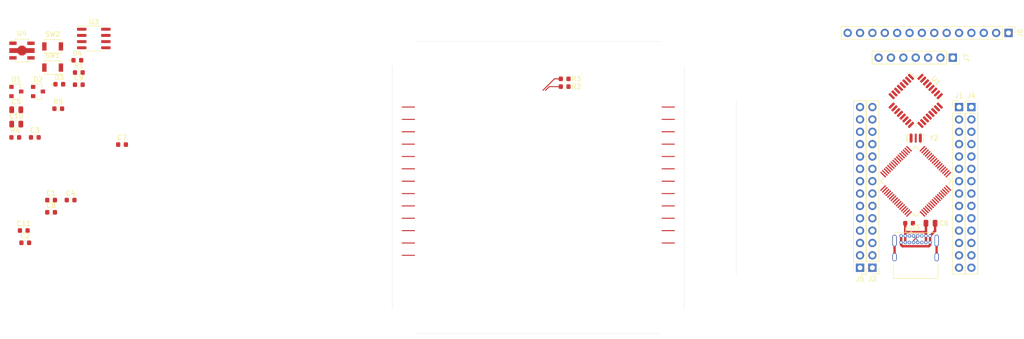
<source format=kicad_pcb>
(kicad_pcb (version 20171130) (host pcbnew "(5.1.6-0-10_14)")

  (general
    (thickness 1.6)
    (drawings 18)
    (tracks 54)
    (zones 0)
    (modules 39)
    (nets 94)
  )

  (page A4)
  (layers
    (0 F.Cu signal)
    (31 B.Cu signal)
    (32 B.Adhes user)
    (33 F.Adhes user)
    (34 B.Paste user)
    (35 F.Paste user)
    (36 B.SilkS user)
    (37 F.SilkS user)
    (38 B.Mask user)
    (39 F.Mask user)
    (40 Dwgs.User user)
    (41 Cmts.User user)
    (42 Eco1.User user hide)
    (43 Eco2.User user)
    (44 Edge.Cuts user)
    (45 Margin user)
    (46 B.CrtYd user)
    (47 F.CrtYd user)
    (48 B.Fab user)
    (49 F.Fab user)
  )

  (setup
    (last_trace_width 0.25)
    (trace_clearance 0.1778)
    (zone_clearance 0.254)
    (zone_45_only no)
    (trace_min 0.2)
    (via_size 0.8)
    (via_drill 0.4)
    (via_min_size 0.4)
    (via_min_drill 0.3)
    (uvia_size 0.3)
    (uvia_drill 0.1)
    (uvias_allowed no)
    (uvia_min_size 0.2)
    (uvia_min_drill 0.1)
    (edge_width 0.05)
    (segment_width 0.2)
    (pcb_text_width 0.3)
    (pcb_text_size 1.5 1.5)
    (mod_edge_width 0.12)
    (mod_text_size 1 1)
    (mod_text_width 0.15)
    (pad_size 1.524 1.524)
    (pad_drill 0.762)
    (pad_to_mask_clearance 0.05)
    (aux_axis_origin 0 0)
    (grid_origin 213.42 79.03)
    (visible_elements FFFFFF7F)
    (pcbplotparams
      (layerselection 0x010fc_ffffffff)
      (usegerberextensions false)
      (usegerberattributes true)
      (usegerberadvancedattributes true)
      (creategerberjobfile true)
      (excludeedgelayer true)
      (linewidth 0.100000)
      (plotframeref false)
      (viasonmask false)
      (mode 1)
      (useauxorigin false)
      (hpglpennumber 1)
      (hpglpenspeed 20)
      (hpglpendiameter 15.000000)
      (psnegative false)
      (psa4output false)
      (plotreference true)
      (plotvalue true)
      (plotinvisibletext false)
      (padsonsilk false)
      (subtractmaskfromsilk false)
      (outputformat 1)
      (mirror false)
      (drillshape 1)
      (scaleselection 1)
      (outputdirectory ""))
  )

  (net 0 "")
  (net 1 "Net-(U1-Pad1)")
  (net 2 "Net-(U1-Pad2)")
  (net 3 "Net-(U1-Pad7)")
  (net 4 "Net-(U1-Pad9)")
  (net 5 "Net-(U1-Pad11)")
  (net 6 "Net-(U1-Pad12)")
  (net 7 "Net-(U1-Pad13)")
  (net 8 "Net-(U1-Pad14)")
  (net 9 "Net-(U1-Pad19)")
  (net 10 "Net-(U1-Pad20)")
  (net 11 "Net-(U1-Pad21)")
  (net 12 "Net-(U1-Pad22)")
  (net 13 "Net-(U1-Pad23)")
  (net 14 "Net-(U1-Pad24)")
  (net 15 "Net-(U1-Pad26)")
  (net 16 "Net-(U1-Pad27)")
  (net 17 "Net-(U1-Pad28)")
  (net 18 "Net-(U1-Pad29)")
  (net 19 "Net-(U1-Pad30)")
  (net 20 "Net-(U1-Pad31)")
  (net 21 "Net-(U1-Pad32)")
  (net 22 "Net-(U2-Pad8)")
  (net 23 "Net-(U2-Pad19)")
  (net 24 "Net-(U2-Pad20)")
  (net 25 "Net-(U2-Pad27)")
  (net 26 "Net-(U2-Pad32)")
  (net 27 "Net-(U2-Pad33)")
  (net 28 +3V3)
  (net 29 GND)
  (net 30 /PTA0)
  (net 31 /PTA1)
  (net 32 /PTA2)
  (net 33 /PTA3)
  (net 34 /RESET)
  (net 35 "Net-(D1-Pad1)")
  (net 36 +5V)
  (net 37 "Net-(C9-Pad1)")
  (net 38 "Net-(C6-Pad2)")
  (net 39 "Net-(J3-PadA5)")
  (net 40 /USB+)
  (net 41 /USB-)
  (net 42 "Net-(J3-PadA8)")
  (net 43 "Net-(J3-PadB8)")
  (net 44 "Net-(J3-PadB5)")
  (net 45 /ProgramModeBtn)
  (net 46 "Net-(R2-Pad2)")
  (net 47 "Net-(R3-Pad2)")
  (net 48 "Net-(C7-Pad2)")
  (net 49 "Net-(C8-Pad2)")
  (net 50 /CAN_TX)
  (net 51 /CAN_RX)
  (net 52 "Net-(J1-Pad4)")
  (net 53 "Net-(J1-Pad5)")
  (net 54 "Net-(J1-Pad7)")
  (net 55 "Net-(J1-Pad6)")
  (net 56 "Net-(J2-Pad2)")
  (net 57 "Net-(J2-Pad3)")
  (net 58 "Net-(J1-Pad3)")
  (net 59 "Net-(J1-Pad10)")
  (net 60 "Net-(J1-Pad11)")
  (net 61 "Net-(J2-Pad11)")
  (net 62 "Net-(J2-Pad12)")
  (net 63 /INTERNAL_LED)
  (net 64 "Net-(J2-Pad13)")
  (net 65 "Net-(J2-Pad14)")
  (net 66 "Net-(J2-Pad4)")
  (net 67 "Net-(J1-Pad2)")
  (net 68 "Net-(J2-Pad9)")
  (net 69 "Net-(J2-Pad10)")
  (net 70 "Net-(J2-Pad8)")
  (net 71 "Net-(J1-Pad8)")
  (net 72 "Net-(J1-Pad9)")
  (net 73 "Net-(J2-Pad7)")
  (net 74 /CAN-)
  (net 75 /CAN+)
  (net 76 "Net-(D3-Pad1)")
  (net 77 "Net-(D4-Pad1)")
  (net 78 "Net-(D2-Pad2)")
  (net 79 "Net-(U4-Pad3)")
  (net 80 "Net-(J6-Pad1)")
  (net 81 "Net-(J6-Pad2)")
  (net 82 "Net-(J6-Pad3)")
  (net 83 "Net-(J6-Pad4)")
  (net 84 "Net-(J6-Pad5)")
  (net 85 "Net-(J6-Pad6)")
  (net 86 "Net-(J6-Pad7)")
  (net 87 "Net-(J6-Pad8)")
  (net 88 "Net-(J6-Pad9)")
  (net 89 "Net-(J6-Pad10)")
  (net 90 "Net-(J6-Pad11)")
  (net 91 "Net-(J6-Pad12)")
  (net 92 "Net-(J6-Pad13)")
  (net 93 "Net-(J6-Pad14)")

  (net_class Default "This is the default net class."
    (clearance 0.1778)
    (trace_width 0.25)
    (via_dia 0.8)
    (via_drill 0.4)
    (uvia_dia 0.3)
    (uvia_drill 0.1)
    (add_net "Net-(D2-Pad2)")
    (add_net "Net-(J6-Pad1)")
    (add_net "Net-(J6-Pad10)")
    (add_net "Net-(J6-Pad11)")
    (add_net "Net-(J6-Pad12)")
    (add_net "Net-(J6-Pad13)")
    (add_net "Net-(J6-Pad14)")
    (add_net "Net-(J6-Pad2)")
    (add_net "Net-(J6-Pad3)")
    (add_net "Net-(J6-Pad4)")
    (add_net "Net-(J6-Pad5)")
    (add_net "Net-(J6-Pad6)")
    (add_net "Net-(J6-Pad7)")
    (add_net "Net-(J6-Pad8)")
    (add_net "Net-(J6-Pad9)")
    (add_net "Net-(U4-Pad3)")
  )

  (net_class 0.2 ""
    (clearance 0.1778)
    (trace_width 0.2)
    (via_dia 0.8)
    (via_drill 0.4)
    (uvia_dia 0.3)
    (uvia_drill 0.1)
    (add_net +3V3)
    (add_net /CAN+)
    (add_net /CAN-)
    (add_net /CAN_RX)
    (add_net /CAN_TX)
    (add_net /INTERNAL_LED)
    (add_net /PTA0)
    (add_net /PTA1)
    (add_net /PTA2)
    (add_net /PTA3)
    (add_net /ProgramModeBtn)
    (add_net /RESET)
    (add_net /USB+)
    (add_net /USB-)
    (add_net "Net-(C7-Pad2)")
    (add_net "Net-(C8-Pad2)")
    (add_net "Net-(C9-Pad1)")
    (add_net "Net-(D1-Pad1)")
    (add_net "Net-(D3-Pad1)")
    (add_net "Net-(D4-Pad1)")
    (add_net "Net-(J1-Pad10)")
    (add_net "Net-(J1-Pad11)")
    (add_net "Net-(J1-Pad2)")
    (add_net "Net-(J1-Pad3)")
    (add_net "Net-(J1-Pad4)")
    (add_net "Net-(J1-Pad5)")
    (add_net "Net-(J1-Pad6)")
    (add_net "Net-(J1-Pad7)")
    (add_net "Net-(J1-Pad8)")
    (add_net "Net-(J1-Pad9)")
    (add_net "Net-(J2-Pad10)")
    (add_net "Net-(J2-Pad11)")
    (add_net "Net-(J2-Pad12)")
    (add_net "Net-(J2-Pad13)")
    (add_net "Net-(J2-Pad14)")
    (add_net "Net-(J2-Pad2)")
    (add_net "Net-(J2-Pad3)")
    (add_net "Net-(J2-Pad4)")
    (add_net "Net-(J2-Pad7)")
    (add_net "Net-(J2-Pad8)")
    (add_net "Net-(J2-Pad9)")
    (add_net "Net-(J3-PadA5)")
    (add_net "Net-(J3-PadA8)")
    (add_net "Net-(J3-PadB5)")
    (add_net "Net-(J3-PadB8)")
    (add_net "Net-(R2-Pad2)")
    (add_net "Net-(R3-Pad2)")
    (add_net "Net-(U1-Pad1)")
    (add_net "Net-(U1-Pad11)")
    (add_net "Net-(U1-Pad12)")
    (add_net "Net-(U1-Pad13)")
    (add_net "Net-(U1-Pad14)")
    (add_net "Net-(U1-Pad19)")
    (add_net "Net-(U1-Pad2)")
    (add_net "Net-(U1-Pad20)")
    (add_net "Net-(U1-Pad21)")
    (add_net "Net-(U1-Pad22)")
    (add_net "Net-(U1-Pad23)")
    (add_net "Net-(U1-Pad24)")
    (add_net "Net-(U1-Pad26)")
    (add_net "Net-(U1-Pad27)")
    (add_net "Net-(U1-Pad28)")
    (add_net "Net-(U1-Pad29)")
    (add_net "Net-(U1-Pad30)")
    (add_net "Net-(U1-Pad31)")
    (add_net "Net-(U1-Pad32)")
    (add_net "Net-(U1-Pad7)")
    (add_net "Net-(U1-Pad9)")
    (add_net "Net-(U2-Pad19)")
    (add_net "Net-(U2-Pad20)")
    (add_net "Net-(U2-Pad27)")
    (add_net "Net-(U2-Pad32)")
    (add_net "Net-(U2-Pad33)")
    (add_net "Net-(U2-Pad8)")
  )

  (net_class 0.5 ""
    (clearance 0.1778)
    (trace_width 0.5)
    (via_dia 0.8)
    (via_drill 0.4)
    (uvia_dia 0.3)
    (uvia_drill 0.1)
    (add_net +5V)
    (add_net GND)
    (add_net "Net-(C6-Pad2)")
  )

  (net_class 1.0 ""
    (clearance 0.1778)
    (trace_width 1)
    (via_dia 4)
    (via_drill 3.200001)
    (uvia_dia 0.3)
    (uvia_drill 0.1)
  )

  (module Package_QFP:LQFP-32_7x7mm_P0.8mm (layer F.Cu) (tedit 5D9F72AF) (tstamp 5F50B0B3)
    (at 214.69 61.25 315)
    (descr "LQFP, 32 Pin (https://www.nxp.com/docs/en/package-information/SOT358-1.pdf), generated with kicad-footprint-generator ipc_gullwing_generator.py")
    (tags "LQFP QFP")
    (path /5F49FA87)
    (attr smd)
    (fp_text reference U1 (at 0 -5.88 135) (layer F.SilkS)
      (effects (font (size 1 1) (thickness 0.15)))
    )
    (fp_text value MKL04Z32VLC4 (at 0 5.88 135) (layer F.Fab)
      (effects (font (size 1 1) (thickness 0.15)))
    )
    (fp_line (start 3.31 3.61) (end 3.61 3.61) (layer F.SilkS) (width 0.12))
    (fp_line (start 3.61 3.61) (end 3.61 3.31) (layer F.SilkS) (width 0.12))
    (fp_line (start -3.31 3.61) (end -3.61 3.61) (layer F.SilkS) (width 0.12))
    (fp_line (start -3.61 3.61) (end -3.61 3.31) (layer F.SilkS) (width 0.12))
    (fp_line (start 3.31 -3.61) (end 3.61 -3.61) (layer F.SilkS) (width 0.12))
    (fp_line (start 3.61 -3.61) (end 3.61 -3.31) (layer F.SilkS) (width 0.12))
    (fp_line (start -3.31 -3.61) (end -3.61 -3.61) (layer F.SilkS) (width 0.12))
    (fp_line (start -3.61 -3.61) (end -3.61 -3.31) (layer F.SilkS) (width 0.12))
    (fp_line (start -3.61 -3.31) (end -4.925 -3.31) (layer F.SilkS) (width 0.12))
    (fp_line (start -2.5 -3.5) (end 3.5 -3.5) (layer F.Fab) (width 0.1))
    (fp_line (start 3.5 -3.5) (end 3.5 3.5) (layer F.Fab) (width 0.1))
    (fp_line (start 3.5 3.5) (end -3.5 3.5) (layer F.Fab) (width 0.1))
    (fp_line (start -3.5 3.5) (end -3.5 -2.5) (layer F.Fab) (width 0.1))
    (fp_line (start -3.5 -2.5) (end -2.5 -3.5) (layer F.Fab) (width 0.1))
    (fp_line (start 0 -5.18) (end -3.3 -5.18) (layer F.CrtYd) (width 0.05))
    (fp_line (start -3.3 -5.18) (end -3.3 -3.75) (layer F.CrtYd) (width 0.05))
    (fp_line (start -3.3 -3.75) (end -3.75 -3.75) (layer F.CrtYd) (width 0.05))
    (fp_line (start -3.75 -3.75) (end -3.75 -3.3) (layer F.CrtYd) (width 0.05))
    (fp_line (start -3.75 -3.3) (end -5.18 -3.3) (layer F.CrtYd) (width 0.05))
    (fp_line (start -5.18 -3.3) (end -5.18 0) (layer F.CrtYd) (width 0.05))
    (fp_line (start 0 -5.18) (end 3.3 -5.18) (layer F.CrtYd) (width 0.05))
    (fp_line (start 3.3 -5.18) (end 3.3 -3.75) (layer F.CrtYd) (width 0.05))
    (fp_line (start 3.3 -3.75) (end 3.75 -3.75) (layer F.CrtYd) (width 0.05))
    (fp_line (start 3.75 -3.75) (end 3.75 -3.3) (layer F.CrtYd) (width 0.05))
    (fp_line (start 3.75 -3.3) (end 5.18 -3.3) (layer F.CrtYd) (width 0.05))
    (fp_line (start 5.18 -3.3) (end 5.18 0) (layer F.CrtYd) (width 0.05))
    (fp_line (start 0 5.18) (end -3.3 5.18) (layer F.CrtYd) (width 0.05))
    (fp_line (start -3.3 5.18) (end -3.3 3.75) (layer F.CrtYd) (width 0.05))
    (fp_line (start -3.3 3.75) (end -3.75 3.75) (layer F.CrtYd) (width 0.05))
    (fp_line (start -3.75 3.75) (end -3.75 3.3) (layer F.CrtYd) (width 0.05))
    (fp_line (start -3.75 3.3) (end -5.18 3.3) (layer F.CrtYd) (width 0.05))
    (fp_line (start -5.18 3.3) (end -5.18 0) (layer F.CrtYd) (width 0.05))
    (fp_line (start 0 5.18) (end 3.3 5.18) (layer F.CrtYd) (width 0.05))
    (fp_line (start 3.3 5.18) (end 3.3 3.75) (layer F.CrtYd) (width 0.05))
    (fp_line (start 3.3 3.75) (end 3.75 3.75) (layer F.CrtYd) (width 0.05))
    (fp_line (start 3.75 3.75) (end 3.75 3.3) (layer F.CrtYd) (width 0.05))
    (fp_line (start 3.75 3.3) (end 5.18 3.3) (layer F.CrtYd) (width 0.05))
    (fp_line (start 5.18 3.3) (end 5.18 0) (layer F.CrtYd) (width 0.05))
    (fp_text user %R (at 0 0 135) (layer F.Fab)
      (effects (font (size 1 1) (thickness 0.15)))
    )
    (pad 1 smd roundrect (at -4.175 -2.8 315) (size 1.5 0.5) (layers F.Cu F.Paste F.Mask) (roundrect_rratio 0.25)
      (net 1 "Net-(U1-Pad1)"))
    (pad 2 smd roundrect (at -4.175 -2 315) (size 1.5 0.5) (layers F.Cu F.Paste F.Mask) (roundrect_rratio 0.25)
      (net 2 "Net-(U1-Pad2)"))
    (pad 3 smd roundrect (at -4.175 -1.2 315) (size 1.5 0.5) (layers F.Cu F.Paste F.Mask) (roundrect_rratio 0.25)
      (net 28 +3V3))
    (pad 4 smd roundrect (at -4.175 -0.4 315) (size 1.5 0.5) (layers F.Cu F.Paste F.Mask) (roundrect_rratio 0.25)
      (net 28 +3V3))
    (pad 5 smd roundrect (at -4.175 0.4 315) (size 1.5 0.5) (layers F.Cu F.Paste F.Mask) (roundrect_rratio 0.25)
      (net 29 GND))
    (pad 6 smd roundrect (at -4.175 1.2 315) (size 1.5 0.5) (layers F.Cu F.Paste F.Mask) (roundrect_rratio 0.25)
      (net 29 GND))
    (pad 7 smd roundrect (at -4.175 2 315) (size 1.5 0.5) (layers F.Cu F.Paste F.Mask) (roundrect_rratio 0.25)
      (net 3 "Net-(U1-Pad7)"))
    (pad 8 smd roundrect (at -4.175 2.8 315) (size 1.5 0.5) (layers F.Cu F.Paste F.Mask) (roundrect_rratio 0.25)
      (net 34 /RESET))
    (pad 9 smd roundrect (at -2.8 4.175 315) (size 0.5 1.5) (layers F.Cu F.Paste F.Mask) (roundrect_rratio 0.25)
      (net 4 "Net-(U1-Pad9)"))
    (pad 10 smd roundrect (at -2 4.175 315) (size 0.5 1.5) (layers F.Cu F.Paste F.Mask) (roundrect_rratio 0.25)
      (net 31 /PTA1))
    (pad 11 smd roundrect (at -1.2 4.175 315) (size 0.5 1.5) (layers F.Cu F.Paste F.Mask) (roundrect_rratio 0.25)
      (net 5 "Net-(U1-Pad11)"))
    (pad 12 smd roundrect (at -0.4 4.175 315) (size 0.5 1.5) (layers F.Cu F.Paste F.Mask) (roundrect_rratio 0.25)
      (net 6 "Net-(U1-Pad12)"))
    (pad 13 smd roundrect (at 0.4 4.175 315) (size 0.5 1.5) (layers F.Cu F.Paste F.Mask) (roundrect_rratio 0.25)
      (net 7 "Net-(U1-Pad13)"))
    (pad 14 smd roundrect (at 1.2 4.175 315) (size 0.5 1.5) (layers F.Cu F.Paste F.Mask) (roundrect_rratio 0.25)
      (net 8 "Net-(U1-Pad14)"))
    (pad 15 smd roundrect (at 2 4.175 315) (size 0.5 1.5) (layers F.Cu F.Paste F.Mask) (roundrect_rratio 0.25)
      (net 33 /PTA3))
    (pad 16 smd roundrect (at 2.8 4.175 315) (size 0.5 1.5) (layers F.Cu F.Paste F.Mask) (roundrect_rratio 0.25)
      (net 30 /PTA0))
    (pad 17 smd roundrect (at 4.175 2.8 315) (size 1.5 0.5) (layers F.Cu F.Paste F.Mask) (roundrect_rratio 0.25)
      (net 32 /PTA2))
    (pad 18 smd roundrect (at 4.175 2 315) (size 1.5 0.5) (layers F.Cu F.Paste F.Mask) (roundrect_rratio 0.25)
      (net 45 /ProgramModeBtn))
    (pad 19 smd roundrect (at 4.175 1.2 315) (size 1.5 0.5) (layers F.Cu F.Paste F.Mask) (roundrect_rratio 0.25)
      (net 9 "Net-(U1-Pad19)"))
    (pad 20 smd roundrect (at 4.175 0.4 315) (size 1.5 0.5) (layers F.Cu F.Paste F.Mask) (roundrect_rratio 0.25)
      (net 10 "Net-(U1-Pad20)"))
    (pad 21 smd roundrect (at 4.175 -0.4 315) (size 1.5 0.5) (layers F.Cu F.Paste F.Mask) (roundrect_rratio 0.25)
      (net 11 "Net-(U1-Pad21)"))
    (pad 22 smd roundrect (at 4.175 -1.2 315) (size 1.5 0.5) (layers F.Cu F.Paste F.Mask) (roundrect_rratio 0.25)
      (net 12 "Net-(U1-Pad22)"))
    (pad 23 smd roundrect (at 4.175 -2 315) (size 1.5 0.5) (layers F.Cu F.Paste F.Mask) (roundrect_rratio 0.25)
      (net 13 "Net-(U1-Pad23)"))
    (pad 24 smd roundrect (at 4.175 -2.8 315) (size 1.5 0.5) (layers F.Cu F.Paste F.Mask) (roundrect_rratio 0.25)
      (net 14 "Net-(U1-Pad24)"))
    (pad 25 smd roundrect (at 2.8 -4.175 315) (size 0.5 1.5) (layers F.Cu F.Paste F.Mask) (roundrect_rratio 0.25)
      (net 34 /RESET))
    (pad 26 smd roundrect (at 2 -4.175 315) (size 0.5 1.5) (layers F.Cu F.Paste F.Mask) (roundrect_rratio 0.25)
      (net 15 "Net-(U1-Pad26)"))
    (pad 27 smd roundrect (at 1.2 -4.175 315) (size 0.5 1.5) (layers F.Cu F.Paste F.Mask) (roundrect_rratio 0.25)
      (net 16 "Net-(U1-Pad27)"))
    (pad 28 smd roundrect (at 0.4 -4.175 315) (size 0.5 1.5) (layers F.Cu F.Paste F.Mask) (roundrect_rratio 0.25)
      (net 17 "Net-(U1-Pad28)"))
    (pad 29 smd roundrect (at -0.4 -4.175 315) (size 0.5 1.5) (layers F.Cu F.Paste F.Mask) (roundrect_rratio 0.25)
      (net 18 "Net-(U1-Pad29)"))
    (pad 30 smd roundrect (at -1.2 -4.175 315) (size 0.5 1.5) (layers F.Cu F.Paste F.Mask) (roundrect_rratio 0.25)
      (net 19 "Net-(U1-Pad30)"))
    (pad 31 smd roundrect (at -2 -4.175 315) (size 0.5 1.5) (layers F.Cu F.Paste F.Mask) (roundrect_rratio 0.25)
      (net 20 "Net-(U1-Pad31)"))
    (pad 32 smd roundrect (at -2.8 -4.175 315) (size 0.5 1.5) (layers F.Cu F.Paste F.Mask) (roundrect_rratio 0.25)
      (net 21 "Net-(U1-Pad32)"))
    (model ${KISYS3DMOD}/Package_QFP.3dshapes/LQFP-32_7x7mm_P0.8mm.wrl
      (at (xyz 0 0 0))
      (scale (xyz 1 1 1))
      (rotate (xyz 0 0 0))
    )
  )

  (module Capacitor_SMD:C_0603_1608Metric (layer F.Cu) (tedit 5B301BBE) (tstamp 5F4FB33D)
    (at 37.215001 81.645001)
    (descr "Capacitor SMD 0603 (1608 Metric), square (rectangular) end terminal, IPC_7351 nominal, (Body size source: http://www.tortai-tech.com/upload/download/2011102023233369053.pdf), generated with kicad-footprint-generator")
    (tags capacitor)
    (path /5F9E3796)
    (attr smd)
    (fp_text reference C1 (at 0 -1.43) (layer F.SilkS)
      (effects (font (size 1 1) (thickness 0.15)))
    )
    (fp_text value 0.1u (at 0 1.43) (layer F.Fab)
      (effects (font (size 1 1) (thickness 0.15)))
    )
    (fp_line (start -0.8 0.4) (end -0.8 -0.4) (layer F.Fab) (width 0.1))
    (fp_line (start -0.8 -0.4) (end 0.8 -0.4) (layer F.Fab) (width 0.1))
    (fp_line (start 0.8 -0.4) (end 0.8 0.4) (layer F.Fab) (width 0.1))
    (fp_line (start 0.8 0.4) (end -0.8 0.4) (layer F.Fab) (width 0.1))
    (fp_line (start -0.162779 -0.51) (end 0.162779 -0.51) (layer F.SilkS) (width 0.12))
    (fp_line (start -0.162779 0.51) (end 0.162779 0.51) (layer F.SilkS) (width 0.12))
    (fp_line (start -1.48 0.73) (end -1.48 -0.73) (layer F.CrtYd) (width 0.05))
    (fp_line (start -1.48 -0.73) (end 1.48 -0.73) (layer F.CrtYd) (width 0.05))
    (fp_line (start 1.48 -0.73) (end 1.48 0.73) (layer F.CrtYd) (width 0.05))
    (fp_line (start 1.48 0.73) (end -1.48 0.73) (layer F.CrtYd) (width 0.05))
    (fp_text user %R (at 0 0) (layer F.Fab)
      (effects (font (size 0.4 0.4) (thickness 0.06)))
    )
    (pad 1 smd roundrect (at -0.7875 0) (size 0.875 0.95) (layers F.Cu F.Paste F.Mask) (roundrect_rratio 0.25)
      (net 29 GND))
    (pad 2 smd roundrect (at 0.7875 0) (size 0.875 0.95) (layers F.Cu F.Paste F.Mask) (roundrect_rratio 0.25)
      (net 28 +3V3))
    (model ${KISYS3DMOD}/Capacitor_SMD.3dshapes/C_0603_1608Metric.wrl
      (at (xyz 0 0 0))
      (scale (xyz 1 1 1))
      (rotate (xyz 0 0 0))
    )
  )

  (module Capacitor_SMD:C_0603_1608Metric (layer F.Cu) (tedit 5B301BBE) (tstamp 5F4FB36D)
    (at 31.915001 90.415001)
    (descr "Capacitor SMD 0603 (1608 Metric), square (rectangular) end terminal, IPC_7351 nominal, (Body size source: http://www.tortai-tech.com/upload/download/2011102023233369053.pdf), generated with kicad-footprint-generator")
    (tags capacitor)
    (path /5F9B4C64)
    (attr smd)
    (fp_text reference C2 (at 0 -1.43) (layer F.SilkS)
      (effects (font (size 1 1) (thickness 0.15)))
    )
    (fp_text value 0.1u (at 0 1.43) (layer F.Fab)
      (effects (font (size 1 1) (thickness 0.15)))
    )
    (fp_line (start 1.48 0.73) (end -1.48 0.73) (layer F.CrtYd) (width 0.05))
    (fp_line (start 1.48 -0.73) (end 1.48 0.73) (layer F.CrtYd) (width 0.05))
    (fp_line (start -1.48 -0.73) (end 1.48 -0.73) (layer F.CrtYd) (width 0.05))
    (fp_line (start -1.48 0.73) (end -1.48 -0.73) (layer F.CrtYd) (width 0.05))
    (fp_line (start -0.162779 0.51) (end 0.162779 0.51) (layer F.SilkS) (width 0.12))
    (fp_line (start -0.162779 -0.51) (end 0.162779 -0.51) (layer F.SilkS) (width 0.12))
    (fp_line (start 0.8 0.4) (end -0.8 0.4) (layer F.Fab) (width 0.1))
    (fp_line (start 0.8 -0.4) (end 0.8 0.4) (layer F.Fab) (width 0.1))
    (fp_line (start -0.8 -0.4) (end 0.8 -0.4) (layer F.Fab) (width 0.1))
    (fp_line (start -0.8 0.4) (end -0.8 -0.4) (layer F.Fab) (width 0.1))
    (fp_text user %R (at 0 0) (layer F.Fab)
      (effects (font (size 0.4 0.4) (thickness 0.06)))
    )
    (pad 2 smd roundrect (at 0.7875 0) (size 0.875 0.95) (layers F.Cu F.Paste F.Mask) (roundrect_rratio 0.25)
      (net 36 +5V))
    (pad 1 smd roundrect (at -0.7875 0) (size 0.875 0.95) (layers F.Cu F.Paste F.Mask) (roundrect_rratio 0.25)
      (net 29 GND))
    (model ${KISYS3DMOD}/Capacitor_SMD.3dshapes/C_0603_1608Metric.wrl
      (at (xyz 0 0 0))
      (scale (xyz 1 1 1))
      (rotate (xyz 0 0 0))
    )
  )

  (module Capacitor_SMD:C_0603_1608Metric (layer F.Cu) (tedit 5B301BBE) (tstamp 5F4FB39D)
    (at 33.875001 68.755001)
    (descr "Capacitor SMD 0603 (1608 Metric), square (rectangular) end terminal, IPC_7351 nominal, (Body size source: http://www.tortai-tech.com/upload/download/2011102023233369053.pdf), generated with kicad-footprint-generator")
    (tags capacitor)
    (path /5F810623)
    (attr smd)
    (fp_text reference C3 (at 0 -1.43) (layer F.SilkS)
      (effects (font (size 1 1) (thickness 0.15)))
    )
    (fp_text value 0.1u (at 0 1.43) (layer F.Fab)
      (effects (font (size 1 1) (thickness 0.15)))
    )
    (fp_line (start -0.8 0.4) (end -0.8 -0.4) (layer F.Fab) (width 0.1))
    (fp_line (start -0.8 -0.4) (end 0.8 -0.4) (layer F.Fab) (width 0.1))
    (fp_line (start 0.8 -0.4) (end 0.8 0.4) (layer F.Fab) (width 0.1))
    (fp_line (start 0.8 0.4) (end -0.8 0.4) (layer F.Fab) (width 0.1))
    (fp_line (start -0.162779 -0.51) (end 0.162779 -0.51) (layer F.SilkS) (width 0.12))
    (fp_line (start -0.162779 0.51) (end 0.162779 0.51) (layer F.SilkS) (width 0.12))
    (fp_line (start -1.48 0.73) (end -1.48 -0.73) (layer F.CrtYd) (width 0.05))
    (fp_line (start -1.48 -0.73) (end 1.48 -0.73) (layer F.CrtYd) (width 0.05))
    (fp_line (start 1.48 -0.73) (end 1.48 0.73) (layer F.CrtYd) (width 0.05))
    (fp_line (start 1.48 0.73) (end -1.48 0.73) (layer F.CrtYd) (width 0.05))
    (fp_text user %R (at 0 0) (layer F.Fab)
      (effects (font (size 0.4 0.4) (thickness 0.06)))
    )
    (pad 1 smd roundrect (at -0.7875 0) (size 0.875 0.95) (layers F.Cu F.Paste F.Mask) (roundrect_rratio 0.25)
      (net 29 GND))
    (pad 2 smd roundrect (at 0.7875 0) (size 0.875 0.95) (layers F.Cu F.Paste F.Mask) (roundrect_rratio 0.25)
      (net 28 +3V3))
    (model ${KISYS3DMOD}/Capacitor_SMD.3dshapes/C_0603_1608Metric.wrl
      (at (xyz 0 0 0))
      (scale (xyz 1 1 1))
      (rotate (xyz 0 0 0))
    )
  )

  (module Capacitor_SMD:C_0603_1608Metric (layer F.Cu) (tedit 5B301BBE) (tstamp 5F4DC750)
    (at 41.225001 81.645001)
    (descr "Capacitor SMD 0603 (1608 Metric), square (rectangular) end terminal, IPC_7351 nominal, (Body size source: http://www.tortai-tech.com/upload/download/2011102023233369053.pdf), generated with kicad-footprint-generator")
    (tags capacitor)
    (path /5F721058)
    (attr smd)
    (fp_text reference C4 (at 0 -1.43) (layer F.SilkS)
      (effects (font (size 1 1) (thickness 0.15)))
    )
    (fp_text value 0.1u (at 0 1.43) (layer F.Fab)
      (effects (font (size 1 1) (thickness 0.15)))
    )
    (fp_line (start 1.48 0.73) (end -1.48 0.73) (layer F.CrtYd) (width 0.05))
    (fp_line (start 1.48 -0.73) (end 1.48 0.73) (layer F.CrtYd) (width 0.05))
    (fp_line (start -1.48 -0.73) (end 1.48 -0.73) (layer F.CrtYd) (width 0.05))
    (fp_line (start -1.48 0.73) (end -1.48 -0.73) (layer F.CrtYd) (width 0.05))
    (fp_line (start -0.162779 0.51) (end 0.162779 0.51) (layer F.SilkS) (width 0.12))
    (fp_line (start -0.162779 -0.51) (end 0.162779 -0.51) (layer F.SilkS) (width 0.12))
    (fp_line (start 0.8 0.4) (end -0.8 0.4) (layer F.Fab) (width 0.1))
    (fp_line (start 0.8 -0.4) (end 0.8 0.4) (layer F.Fab) (width 0.1))
    (fp_line (start -0.8 -0.4) (end 0.8 -0.4) (layer F.Fab) (width 0.1))
    (fp_line (start -0.8 0.4) (end -0.8 -0.4) (layer F.Fab) (width 0.1))
    (fp_text user %R (at 0 0) (layer F.Fab)
      (effects (font (size 0.4 0.4) (thickness 0.06)))
    )
    (pad 2 smd roundrect (at 0.7875 0) (size 0.875 0.95) (layers F.Cu F.Paste F.Mask) (roundrect_rratio 0.25)
      (net 28 +3V3))
    (pad 1 smd roundrect (at -0.7875 0) (size 0.875 0.95) (layers F.Cu F.Paste F.Mask) (roundrect_rratio 0.25)
      (net 29 GND))
    (model ${KISYS3DMOD}/Capacitor_SMD.3dshapes/C_0603_1608Metric.wrl
      (at (xyz 0 0 0))
      (scale (xyz 1 1 1))
      (rotate (xyz 0 0 0))
    )
  )

  (module Capacitor_SMD:C_0805_2012Metric (layer F.Cu) (tedit 5B36C52B) (tstamp 5F4DC761)
    (at 30.065001 63.075001)
    (descr "Capacitor SMD 0805 (2012 Metric), square (rectangular) end terminal, IPC_7351 nominal, (Body size source: https://docs.google.com/spreadsheets/d/1BsfQQcO9C6DZCsRaXUlFlo91Tg2WpOkGARC1WS5S8t0/edit?usp=sharing), generated with kicad-footprint-generator")
    (tags capacitor)
    (path /5F533F71)
    (attr smd)
    (fp_text reference C5 (at 0 -1.65) (layer F.SilkS)
      (effects (font (size 1 1) (thickness 0.15)))
    )
    (fp_text value 2.2u (at 0 1.65) (layer F.Fab)
      (effects (font (size 1 1) (thickness 0.15)))
    )
    (fp_line (start -1 0.6) (end -1 -0.6) (layer F.Fab) (width 0.1))
    (fp_line (start -1 -0.6) (end 1 -0.6) (layer F.Fab) (width 0.1))
    (fp_line (start 1 -0.6) (end 1 0.6) (layer F.Fab) (width 0.1))
    (fp_line (start 1 0.6) (end -1 0.6) (layer F.Fab) (width 0.1))
    (fp_line (start -0.258578 -0.71) (end 0.258578 -0.71) (layer F.SilkS) (width 0.12))
    (fp_line (start -0.258578 0.71) (end 0.258578 0.71) (layer F.SilkS) (width 0.12))
    (fp_line (start -1.68 0.95) (end -1.68 -0.95) (layer F.CrtYd) (width 0.05))
    (fp_line (start -1.68 -0.95) (end 1.68 -0.95) (layer F.CrtYd) (width 0.05))
    (fp_line (start 1.68 -0.95) (end 1.68 0.95) (layer F.CrtYd) (width 0.05))
    (fp_line (start 1.68 0.95) (end -1.68 0.95) (layer F.CrtYd) (width 0.05))
    (fp_text user %R (at 0 0) (layer F.Fab)
      (effects (font (size 0.5 0.5) (thickness 0.08)))
    )
    (pad 1 smd roundrect (at -0.9375 0) (size 0.975 1.4) (layers F.Cu F.Paste F.Mask) (roundrect_rratio 0.25)
      (net 28 +3V3))
    (pad 2 smd roundrect (at 0.9375 0) (size 0.975 1.4) (layers F.Cu F.Paste F.Mask) (roundrect_rratio 0.25)
      (net 29 GND))
    (model ${KISYS3DMOD}/Capacitor_SMD.3dshapes/C_0805_2012Metric.wrl
      (at (xyz 0 0 0))
      (scale (xyz 1 1 1))
      (rotate (xyz 0 0 0))
    )
  )

  (module Capacitor_SMD:C_0805_2012Metric (layer F.Cu) (tedit 5B36C52B) (tstamp 5F4FB30D)
    (at 217.7275 86.4 180)
    (descr "Capacitor SMD 0805 (2012 Metric), square (rectangular) end terminal, IPC_7351 nominal, (Body size source: https://docs.google.com/spreadsheets/d/1BsfQQcO9C6DZCsRaXUlFlo91Tg2WpOkGARC1WS5S8t0/edit?usp=sharing), generated with kicad-footprint-generator")
    (tags capacitor)
    (path /5F5B267C)
    (attr smd)
    (fp_text reference C6 (at -2.7625 0) (layer F.SilkS)
      (effects (font (size 1 1) (thickness 0.15)))
    )
    (fp_text value 2.2u (at 0 1.65) (layer F.Fab)
      (effects (font (size 1 1) (thickness 0.15)))
    )
    (fp_line (start 1.68 0.95) (end -1.68 0.95) (layer F.CrtYd) (width 0.05))
    (fp_line (start 1.68 -0.95) (end 1.68 0.95) (layer F.CrtYd) (width 0.05))
    (fp_line (start -1.68 -0.95) (end 1.68 -0.95) (layer F.CrtYd) (width 0.05))
    (fp_line (start -1.68 0.95) (end -1.68 -0.95) (layer F.CrtYd) (width 0.05))
    (fp_line (start -0.258578 0.71) (end 0.258578 0.71) (layer F.SilkS) (width 0.12))
    (fp_line (start -0.258578 -0.71) (end 0.258578 -0.71) (layer F.SilkS) (width 0.12))
    (fp_line (start 1 0.6) (end -1 0.6) (layer F.Fab) (width 0.1))
    (fp_line (start 1 -0.6) (end 1 0.6) (layer F.Fab) (width 0.1))
    (fp_line (start -1 -0.6) (end 1 -0.6) (layer F.Fab) (width 0.1))
    (fp_line (start -1 0.6) (end -1 -0.6) (layer F.Fab) (width 0.1))
    (fp_text user %R (at 0 0) (layer F.Fab)
      (effects (font (size 0.5 0.5) (thickness 0.08)))
    )
    (pad 2 smd roundrect (at 0.9375 0 180) (size 0.975 1.4) (layers F.Cu F.Paste F.Mask) (roundrect_rratio 0.25)
      (net 38 "Net-(C6-Pad2)"))
    (pad 1 smd roundrect (at -0.9375 0 180) (size 0.975 1.4) (layers F.Cu F.Paste F.Mask) (roundrect_rratio 0.25)
      (net 29 GND))
    (model ${KISYS3DMOD}/Capacitor_SMD.3dshapes/C_0805_2012Metric.wrl
      (at (xyz 0 0 0))
      (scale (xyz 1 1 1))
      (rotate (xyz 0 0 0))
    )
  )

  (module Capacitor_SMD:C_0603_1608Metric (layer F.Cu) (tedit 5B301BBE) (tstamp 5F4DC783)
    (at 51.775001 70.235001)
    (descr "Capacitor SMD 0603 (1608 Metric), square (rectangular) end terminal, IPC_7351 nominal, (Body size source: http://www.tortai-tech.com/upload/download/2011102023233369053.pdf), generated with kicad-footprint-generator")
    (tags capacitor)
    (path /5F5E7A92)
    (attr smd)
    (fp_text reference C7 (at 0 -1.43) (layer F.SilkS)
      (effects (font (size 1 1) (thickness 0.15)))
    )
    (fp_text value 0.1u (at 0 1.43) (layer F.Fab)
      (effects (font (size 1 1) (thickness 0.15)))
    )
    (fp_line (start -0.8 0.4) (end -0.8 -0.4) (layer F.Fab) (width 0.1))
    (fp_line (start -0.8 -0.4) (end 0.8 -0.4) (layer F.Fab) (width 0.1))
    (fp_line (start 0.8 -0.4) (end 0.8 0.4) (layer F.Fab) (width 0.1))
    (fp_line (start 0.8 0.4) (end -0.8 0.4) (layer F.Fab) (width 0.1))
    (fp_line (start -0.162779 -0.51) (end 0.162779 -0.51) (layer F.SilkS) (width 0.12))
    (fp_line (start -0.162779 0.51) (end 0.162779 0.51) (layer F.SilkS) (width 0.12))
    (fp_line (start -1.48 0.73) (end -1.48 -0.73) (layer F.CrtYd) (width 0.05))
    (fp_line (start -1.48 -0.73) (end 1.48 -0.73) (layer F.CrtYd) (width 0.05))
    (fp_line (start 1.48 -0.73) (end 1.48 0.73) (layer F.CrtYd) (width 0.05))
    (fp_line (start 1.48 0.73) (end -1.48 0.73) (layer F.CrtYd) (width 0.05))
    (fp_text user %R (at 0 0) (layer F.Fab)
      (effects (font (size 0.4 0.4) (thickness 0.06)))
    )
    (pad 1 smd roundrect (at -0.7875 0) (size 0.875 0.95) (layers F.Cu F.Paste F.Mask) (roundrect_rratio 0.25)
      (net 29 GND))
    (pad 2 smd roundrect (at 0.7875 0) (size 0.875 0.95) (layers F.Cu F.Paste F.Mask) (roundrect_rratio 0.25)
      (net 48 "Net-(C7-Pad2)"))
    (model ${KISYS3DMOD}/Capacitor_SMD.3dshapes/C_0603_1608Metric.wrl
      (at (xyz 0 0 0))
      (scale (xyz 1 1 1))
      (rotate (xyz 0 0 0))
    )
  )

  (module Capacitor_SMD:C_0603_1608Metric (layer F.Cu) (tedit 5B301BBE) (tstamp 5F4FB2DD)
    (at 37.215001 84.155001)
    (descr "Capacitor SMD 0603 (1608 Metric), square (rectangular) end terminal, IPC_7351 nominal, (Body size source: http://www.tortai-tech.com/upload/download/2011102023233369053.pdf), generated with kicad-footprint-generator")
    (tags capacitor)
    (path /5F5BEEA2)
    (attr smd)
    (fp_text reference C8 (at 0 -1.43) (layer F.SilkS)
      (effects (font (size 1 1) (thickness 0.15)))
    )
    (fp_text value 0.1u (at 0 1.43) (layer F.Fab)
      (effects (font (size 1 1) (thickness 0.15)))
    )
    (fp_line (start 1.48 0.73) (end -1.48 0.73) (layer F.CrtYd) (width 0.05))
    (fp_line (start 1.48 -0.73) (end 1.48 0.73) (layer F.CrtYd) (width 0.05))
    (fp_line (start -1.48 -0.73) (end 1.48 -0.73) (layer F.CrtYd) (width 0.05))
    (fp_line (start -1.48 0.73) (end -1.48 -0.73) (layer F.CrtYd) (width 0.05))
    (fp_line (start -0.162779 0.51) (end 0.162779 0.51) (layer F.SilkS) (width 0.12))
    (fp_line (start -0.162779 -0.51) (end 0.162779 -0.51) (layer F.SilkS) (width 0.12))
    (fp_line (start 0.8 0.4) (end -0.8 0.4) (layer F.Fab) (width 0.1))
    (fp_line (start 0.8 -0.4) (end 0.8 0.4) (layer F.Fab) (width 0.1))
    (fp_line (start -0.8 -0.4) (end 0.8 -0.4) (layer F.Fab) (width 0.1))
    (fp_line (start -0.8 0.4) (end -0.8 -0.4) (layer F.Fab) (width 0.1))
    (fp_text user %R (at 0 0) (layer F.Fab)
      (effects (font (size 0.4 0.4) (thickness 0.06)))
    )
    (pad 2 smd roundrect (at 0.7875 0) (size 0.875 0.95) (layers F.Cu F.Paste F.Mask) (roundrect_rratio 0.25)
      (net 49 "Net-(C8-Pad2)"))
    (pad 1 smd roundrect (at -0.7875 0) (size 0.875 0.95) (layers F.Cu F.Paste F.Mask) (roundrect_rratio 0.25)
      (net 29 GND))
    (model ${KISYS3DMOD}/Capacitor_SMD.3dshapes/C_0603_1608Metric.wrl
      (at (xyz 0 0 0))
      (scale (xyz 1 1 1))
      (rotate (xyz 0 0 0))
    )
  )

  (module Capacitor_SMD:C_0603_1608Metric (layer F.Cu) (tedit 5B301BBE) (tstamp 5F4FB2AD)
    (at 42.905001 57.925001)
    (descr "Capacitor SMD 0603 (1608 Metric), square (rectangular) end terminal, IPC_7351 nominal, (Body size source: http://www.tortai-tech.com/upload/download/2011102023233369053.pdf), generated with kicad-footprint-generator")
    (tags capacitor)
    (path /5F4F9512)
    (attr smd)
    (fp_text reference C9 (at 0 -1.43) (layer F.SilkS)
      (effects (font (size 1 1) (thickness 0.15)))
    )
    (fp_text value 0.1u (at 0 1.43) (layer F.Fab)
      (effects (font (size 1 1) (thickness 0.15)))
    )
    (fp_line (start 1.48 0.73) (end -1.48 0.73) (layer F.CrtYd) (width 0.05))
    (fp_line (start 1.48 -0.73) (end 1.48 0.73) (layer F.CrtYd) (width 0.05))
    (fp_line (start -1.48 -0.73) (end 1.48 -0.73) (layer F.CrtYd) (width 0.05))
    (fp_line (start -1.48 0.73) (end -1.48 -0.73) (layer F.CrtYd) (width 0.05))
    (fp_line (start -0.162779 0.51) (end 0.162779 0.51) (layer F.SilkS) (width 0.12))
    (fp_line (start -0.162779 -0.51) (end 0.162779 -0.51) (layer F.SilkS) (width 0.12))
    (fp_line (start 0.8 0.4) (end -0.8 0.4) (layer F.Fab) (width 0.1))
    (fp_line (start 0.8 -0.4) (end 0.8 0.4) (layer F.Fab) (width 0.1))
    (fp_line (start -0.8 -0.4) (end 0.8 -0.4) (layer F.Fab) (width 0.1))
    (fp_line (start -0.8 0.4) (end -0.8 -0.4) (layer F.Fab) (width 0.1))
    (fp_text user %R (at 0 0) (layer F.Fab)
      (effects (font (size 0.4 0.4) (thickness 0.06)))
    )
    (pad 2 smd roundrect (at 0.7875 0) (size 0.875 0.95) (layers F.Cu F.Paste F.Mask) (roundrect_rratio 0.25)
      (net 29 GND))
    (pad 1 smd roundrect (at -0.7875 0) (size 0.875 0.95) (layers F.Cu F.Paste F.Mask) (roundrect_rratio 0.25)
      (net 37 "Net-(C9-Pad1)"))
    (model ${KISYS3DMOD}/Capacitor_SMD.3dshapes/C_0603_1608Metric.wrl
      (at (xyz 0 0 0))
      (scale (xyz 1 1 1))
      (rotate (xyz 0 0 0))
    )
  )

  (module Capacitor_SMD:C_0805_2012Metric (layer F.Cu) (tedit 5B36C52B) (tstamp 5F4DC7B6)
    (at 30.065001 66.025001)
    (descr "Capacitor SMD 0805 (2012 Metric), square (rectangular) end terminal, IPC_7351 nominal, (Body size source: https://docs.google.com/spreadsheets/d/1BsfQQcO9C6DZCsRaXUlFlo91Tg2WpOkGARC1WS5S8t0/edit?usp=sharing), generated with kicad-footprint-generator")
    (tags capacitor)
    (path /5FE4CC32)
    (attr smd)
    (fp_text reference C10 (at 0 -1.65) (layer F.SilkS)
      (effects (font (size 1 1) (thickness 0.15)))
    )
    (fp_text value 2.2u (at 0 1.65) (layer F.Fab)
      (effects (font (size 1 1) (thickness 0.15)))
    )
    (fp_line (start -1 0.6) (end -1 -0.6) (layer F.Fab) (width 0.1))
    (fp_line (start -1 -0.6) (end 1 -0.6) (layer F.Fab) (width 0.1))
    (fp_line (start 1 -0.6) (end 1 0.6) (layer F.Fab) (width 0.1))
    (fp_line (start 1 0.6) (end -1 0.6) (layer F.Fab) (width 0.1))
    (fp_line (start -0.258578 -0.71) (end 0.258578 -0.71) (layer F.SilkS) (width 0.12))
    (fp_line (start -0.258578 0.71) (end 0.258578 0.71) (layer F.SilkS) (width 0.12))
    (fp_line (start -1.68 0.95) (end -1.68 -0.95) (layer F.CrtYd) (width 0.05))
    (fp_line (start -1.68 -0.95) (end 1.68 -0.95) (layer F.CrtYd) (width 0.05))
    (fp_line (start 1.68 -0.95) (end 1.68 0.95) (layer F.CrtYd) (width 0.05))
    (fp_line (start 1.68 0.95) (end -1.68 0.95) (layer F.CrtYd) (width 0.05))
    (fp_text user %R (at 0 0) (layer F.Fab)
      (effects (font (size 0.5 0.5) (thickness 0.08)))
    )
    (pad 1 smd roundrect (at -0.9375 0) (size 0.975 1.4) (layers F.Cu F.Paste F.Mask) (roundrect_rratio 0.25)
      (net 28 +3V3))
    (pad 2 smd roundrect (at 0.9375 0) (size 0.975 1.4) (layers F.Cu F.Paste F.Mask) (roundrect_rratio 0.25)
      (net 29 GND))
    (model ${KISYS3DMOD}/Capacitor_SMD.3dshapes/C_0805_2012Metric.wrl
      (at (xyz 0 0 0))
      (scale (xyz 1 1 1))
      (rotate (xyz 0 0 0))
    )
  )

  (module Capacitor_SMD:C_0603_1608Metric (layer F.Cu) (tedit 5B301BBE) (tstamp 5F4FB27D)
    (at 31.605001 87.905001)
    (descr "Capacitor SMD 0603 (1608 Metric), square (rectangular) end terminal, IPC_7351 nominal, (Body size source: http://www.tortai-tech.com/upload/download/2011102023233369053.pdf), generated with kicad-footprint-generator")
    (tags capacitor)
    (path /5F539A50)
    (attr smd)
    (fp_text reference C11 (at 0 -1.43) (layer F.SilkS)
      (effects (font (size 1 1) (thickness 0.15)))
    )
    (fp_text value 0.1u (at 0 1.43) (layer F.Fab)
      (effects (font (size 1 1) (thickness 0.15)))
    )
    (fp_line (start -0.8 0.4) (end -0.8 -0.4) (layer F.Fab) (width 0.1))
    (fp_line (start -0.8 -0.4) (end 0.8 -0.4) (layer F.Fab) (width 0.1))
    (fp_line (start 0.8 -0.4) (end 0.8 0.4) (layer F.Fab) (width 0.1))
    (fp_line (start 0.8 0.4) (end -0.8 0.4) (layer F.Fab) (width 0.1))
    (fp_line (start -0.162779 -0.51) (end 0.162779 -0.51) (layer F.SilkS) (width 0.12))
    (fp_line (start -0.162779 0.51) (end 0.162779 0.51) (layer F.SilkS) (width 0.12))
    (fp_line (start -1.48 0.73) (end -1.48 -0.73) (layer F.CrtYd) (width 0.05))
    (fp_line (start -1.48 -0.73) (end 1.48 -0.73) (layer F.CrtYd) (width 0.05))
    (fp_line (start 1.48 -0.73) (end 1.48 0.73) (layer F.CrtYd) (width 0.05))
    (fp_line (start 1.48 0.73) (end -1.48 0.73) (layer F.CrtYd) (width 0.05))
    (fp_text user %R (at 0 0) (layer F.Fab)
      (effects (font (size 0.4 0.4) (thickness 0.06)))
    )
    (pad 1 smd roundrect (at -0.7875 0) (size 0.875 0.95) (layers F.Cu F.Paste F.Mask) (roundrect_rratio 0.25)
      (net 29 GND))
    (pad 2 smd roundrect (at 0.7875 0) (size 0.875 0.95) (layers F.Cu F.Paste F.Mask) (roundrect_rratio 0.25)
      (net 28 +3V3))
    (model ${KISYS3DMOD}/Capacitor_SMD.3dshapes/C_0603_1608Metric.wrl
      (at (xyz 0 0 0))
      (scale (xyz 1 1 1))
      (rotate (xyz 0 0 0))
    )
  )

  (module Package_TO_SOT_SMD:SOT-23 (layer F.Cu) (tedit 5A02FF57) (tstamp 5F4DC7DC)
    (at 30.085001 59.325001)
    (descr "SOT-23, Standard")
    (tags SOT-23)
    (path /5FA3A467)
    (attr smd)
    (fp_text reference D1 (at 0 -2.5) (layer F.SilkS)
      (effects (font (size 1 1) (thickness 0.15)))
    )
    (fp_text value BAT54C (at 0 2.5) (layer F.Fab)
      (effects (font (size 1 1) (thickness 0.15)))
    )
    (fp_line (start 0.76 1.58) (end -0.7 1.58) (layer F.SilkS) (width 0.12))
    (fp_line (start 0.76 -1.58) (end -1.4 -1.58) (layer F.SilkS) (width 0.12))
    (fp_line (start -1.7 1.75) (end -1.7 -1.75) (layer F.CrtYd) (width 0.05))
    (fp_line (start 1.7 1.75) (end -1.7 1.75) (layer F.CrtYd) (width 0.05))
    (fp_line (start 1.7 -1.75) (end 1.7 1.75) (layer F.CrtYd) (width 0.05))
    (fp_line (start -1.7 -1.75) (end 1.7 -1.75) (layer F.CrtYd) (width 0.05))
    (fp_line (start 0.76 -1.58) (end 0.76 -0.65) (layer F.SilkS) (width 0.12))
    (fp_line (start 0.76 1.58) (end 0.76 0.65) (layer F.SilkS) (width 0.12))
    (fp_line (start -0.7 1.52) (end 0.7 1.52) (layer F.Fab) (width 0.1))
    (fp_line (start 0.7 -1.52) (end 0.7 1.52) (layer F.Fab) (width 0.1))
    (fp_line (start -0.7 -0.95) (end -0.15 -1.52) (layer F.Fab) (width 0.1))
    (fp_line (start -0.15 -1.52) (end 0.7 -1.52) (layer F.Fab) (width 0.1))
    (fp_line (start -0.7 -0.95) (end -0.7 1.5) (layer F.Fab) (width 0.1))
    (fp_text user %R (at 0 0 90) (layer F.Fab)
      (effects (font (size 0.5 0.5) (thickness 0.075)))
    )
    (pad 3 smd rect (at 1 0) (size 0.9 0.8) (layers F.Cu F.Paste F.Mask)
      (net 36 +5V))
    (pad 2 smd rect (at -1 0.95) (size 0.9 0.8) (layers F.Cu F.Paste F.Mask)
      (net 28 +3V3))
    (pad 1 smd rect (at -1 -0.95) (size 0.9 0.8) (layers F.Cu F.Paste F.Mask)
      (net 35 "Net-(D1-Pad1)"))
    (model ${KISYS3DMOD}/Package_TO_SOT_SMD.3dshapes/SOT-23.wrl
      (at (xyz 0 0 0))
      (scale (xyz 1 1 1))
      (rotate (xyz 0 0 0))
    )
  )

  (module Package_TO_SOT_SMD:SOT-23 (layer F.Cu) (tedit 5A02FF57) (tstamp 5F4FB245)
    (at 34.535001 59.325001)
    (descr "SOT-23, Standard")
    (tags SOT-23)
    (path /5F4F8DC5)
    (attr smd)
    (fp_text reference D2 (at 0 -2.5) (layer F.SilkS)
      (effects (font (size 1 1) (thickness 0.15)))
    )
    (fp_text value BAT54C (at 0 2.5) (layer F.Fab)
      (effects (font (size 1 1) (thickness 0.15)))
    )
    (fp_line (start -0.7 -0.95) (end -0.7 1.5) (layer F.Fab) (width 0.1))
    (fp_line (start -0.15 -1.52) (end 0.7 -1.52) (layer F.Fab) (width 0.1))
    (fp_line (start -0.7 -0.95) (end -0.15 -1.52) (layer F.Fab) (width 0.1))
    (fp_line (start 0.7 -1.52) (end 0.7 1.52) (layer F.Fab) (width 0.1))
    (fp_line (start -0.7 1.52) (end 0.7 1.52) (layer F.Fab) (width 0.1))
    (fp_line (start 0.76 1.58) (end 0.76 0.65) (layer F.SilkS) (width 0.12))
    (fp_line (start 0.76 -1.58) (end 0.76 -0.65) (layer F.SilkS) (width 0.12))
    (fp_line (start -1.7 -1.75) (end 1.7 -1.75) (layer F.CrtYd) (width 0.05))
    (fp_line (start 1.7 -1.75) (end 1.7 1.75) (layer F.CrtYd) (width 0.05))
    (fp_line (start 1.7 1.75) (end -1.7 1.75) (layer F.CrtYd) (width 0.05))
    (fp_line (start -1.7 1.75) (end -1.7 -1.75) (layer F.CrtYd) (width 0.05))
    (fp_line (start 0.76 -1.58) (end -1.4 -1.58) (layer F.SilkS) (width 0.12))
    (fp_line (start 0.76 1.58) (end -0.7 1.58) (layer F.SilkS) (width 0.12))
    (fp_text user %R (at 0 0 90) (layer F.Fab)
      (effects (font (size 0.5 0.5) (thickness 0.075)))
    )
    (pad 1 smd rect (at -1 -0.95) (size 0.9 0.8) (layers F.Cu F.Paste F.Mask)
      (net 28 +3V3))
    (pad 2 smd rect (at -1 0.95) (size 0.9 0.8) (layers F.Cu F.Paste F.Mask)
      (net 78 "Net-(D2-Pad2)"))
    (pad 3 smd rect (at 1 0) (size 0.9 0.8) (layers F.Cu F.Paste F.Mask)
      (net 37 "Net-(C9-Pad1)"))
    (model ${KISYS3DMOD}/Package_TO_SOT_SMD.3dshapes/SOT-23.wrl
      (at (xyz 0 0 0))
      (scale (xyz 1 1 1))
      (rotate (xyz 0 0 0))
    )
  )

  (module mylib:LED_1608_point (layer F.Cu) (tedit 5DE8D0F9) (tstamp 5F4FB20F)
    (at 38.902843 57.835001)
    (descr "LED SMD 0603 (1608 Metric), square (rectangular) end terminal, IPC_7351 nominal, (Body size source: http://www.tortai-tech.com/upload/download/2011102023233369053.pdf), generated with kicad-footprint-generator")
    (tags diode)
    (path /5F7FD88F)
    (attr smd)
    (fp_text reference D3 (at 0 -1.43) (layer F.SilkS)
      (effects (font (size 1 1) (thickness 0.15)))
    )
    (fp_text value LED (at 0 1.43) (layer F.Fab)
      (effects (font (size 1 1) (thickness 0.15)))
    )
    (fp_circle (center -1.441421 0) (end -1.4 0) (layer F.SilkS) (width 0.12))
    (fp_circle (center -1.441421 0) (end -1.341421 0.1) (layer F.SilkS) (width 0.12))
    (fp_line (start 1.48 0.73) (end -1.48 0.73) (layer F.CrtYd) (width 0.05))
    (fp_line (start 1.48 -0.73) (end 1.48 0.73) (layer F.CrtYd) (width 0.05))
    (fp_line (start -1.48 -0.73) (end 1.48 -0.73) (layer F.CrtYd) (width 0.05))
    (fp_line (start -1.48 0.73) (end -1.48 -0.73) (layer F.CrtYd) (width 0.05))
    (fp_line (start 0.8 0.4) (end 0.8 -0.4) (layer F.Fab) (width 0.1))
    (fp_line (start -0.8 0.4) (end 0.8 0.4) (layer F.Fab) (width 0.1))
    (fp_line (start -0.8 -0.1) (end -0.8 0.4) (layer F.Fab) (width 0.1))
    (fp_line (start -0.5 -0.4) (end -0.8 -0.1) (layer F.Fab) (width 0.1))
    (fp_line (start 0.8 -0.4) (end -0.5 -0.4) (layer F.Fab) (width 0.1))
    (fp_text user %R (at 0 0) (layer F.Fab)
      (effects (font (size 0.4 0.4) (thickness 0.06)))
    )
    (pad 2 smd roundrect (at 0.7875 0) (size 0.875 0.95) (layers F.Cu F.Paste F.Mask) (roundrect_rratio 0.25)
      (net 36 +5V))
    (pad 1 smd roundrect (at -0.7875 0) (size 0.875 0.95) (layers F.Cu F.Paste F.Mask) (roundrect_rratio 0.25)
      (net 76 "Net-(D3-Pad1)"))
    (model ${KISYS3DMOD}/LED_SMD.3dshapes/LED_0603_1608Metric.wrl
      (at (xyz 0 0 0))
      (scale (xyz 1 1 1))
      (rotate (xyz 0 0 0))
    )
  )

  (module mylib:LED_1608_point (layer F.Cu) (tedit 5DE8D0F9) (tstamp 5F4FB1DC)
    (at 42.602843 52.905001)
    (descr "LED SMD 0603 (1608 Metric), square (rectangular) end terminal, IPC_7351 nominal, (Body size source: http://www.tortai-tech.com/upload/download/2011102023233369053.pdf), generated with kicad-footprint-generator")
    (tags diode)
    (path /5F987703)
    (attr smd)
    (fp_text reference D4 (at 0 -1.43) (layer F.SilkS)
      (effects (font (size 1 1) (thickness 0.15)))
    )
    (fp_text value LED (at 0 1.43) (layer F.Fab)
      (effects (font (size 1 1) (thickness 0.15)))
    )
    (fp_line (start 0.8 -0.4) (end -0.5 -0.4) (layer F.Fab) (width 0.1))
    (fp_line (start -0.5 -0.4) (end -0.8 -0.1) (layer F.Fab) (width 0.1))
    (fp_line (start -0.8 -0.1) (end -0.8 0.4) (layer F.Fab) (width 0.1))
    (fp_line (start -0.8 0.4) (end 0.8 0.4) (layer F.Fab) (width 0.1))
    (fp_line (start 0.8 0.4) (end 0.8 -0.4) (layer F.Fab) (width 0.1))
    (fp_line (start -1.48 0.73) (end -1.48 -0.73) (layer F.CrtYd) (width 0.05))
    (fp_line (start -1.48 -0.73) (end 1.48 -0.73) (layer F.CrtYd) (width 0.05))
    (fp_line (start 1.48 -0.73) (end 1.48 0.73) (layer F.CrtYd) (width 0.05))
    (fp_line (start 1.48 0.73) (end -1.48 0.73) (layer F.CrtYd) (width 0.05))
    (fp_circle (center -1.441421 0) (end -1.341421 0.1) (layer F.SilkS) (width 0.12))
    (fp_circle (center -1.441421 0) (end -1.4 0) (layer F.SilkS) (width 0.12))
    (fp_text user %R (at 0 0) (layer F.Fab)
      (effects (font (size 0.4 0.4) (thickness 0.06)))
    )
    (pad 1 smd roundrect (at -0.7875 0) (size 0.875 0.95) (layers F.Cu F.Paste F.Mask) (roundrect_rratio 0.25)
      (net 77 "Net-(D4-Pad1)"))
    (pad 2 smd roundrect (at 0.7875 0) (size 0.875 0.95) (layers F.Cu F.Paste F.Mask) (roundrect_rratio 0.25)
      (net 63 /INTERNAL_LED))
    (model ${KISYS3DMOD}/LED_SMD.3dshapes/LED_0603_1608Metric.wrl
      (at (xyz 0 0 0))
      (scale (xyz 1 1 1))
      (rotate (xyz 0 0 0))
    )
  )

  (module Fuse:Fuse_0603_1608Metric (layer F.Cu) (tedit 5B301BBE) (tstamp 5F50620E)
    (at 213.3275 86.4 180)
    (descr "Fuse SMD 0603 (1608 Metric), square (rectangular) end terminal, IPC_7351 nominal, (Body size source: http://www.tortai-tech.com/upload/download/2011102023233369053.pdf), generated with kicad-footprint-generator")
    (tags resistor)
    (path /5F7C8B40)
    (attr smd)
    (fp_text reference F1 (at 0 -1.43) (layer F.SilkS)
      (effects (font (size 1 1) (thickness 0.15)))
    )
    (fp_text value Itrip:0.75A (at 0 1.43) (layer F.Fab)
      (effects (font (size 1 1) (thickness 0.15)))
    )
    (fp_line (start -0.8 0.4) (end -0.8 -0.4) (layer F.Fab) (width 0.1))
    (fp_line (start -0.8 -0.4) (end 0.8 -0.4) (layer F.Fab) (width 0.1))
    (fp_line (start 0.8 -0.4) (end 0.8 0.4) (layer F.Fab) (width 0.1))
    (fp_line (start 0.8 0.4) (end -0.8 0.4) (layer F.Fab) (width 0.1))
    (fp_line (start -0.162779 -0.51) (end 0.162779 -0.51) (layer F.SilkS) (width 0.12))
    (fp_line (start -0.162779 0.51) (end 0.162779 0.51) (layer F.SilkS) (width 0.12))
    (fp_line (start -1.48 0.73) (end -1.48 -0.73) (layer F.CrtYd) (width 0.05))
    (fp_line (start -1.48 -0.73) (end 1.48 -0.73) (layer F.CrtYd) (width 0.05))
    (fp_line (start 1.48 -0.73) (end 1.48 0.73) (layer F.CrtYd) (width 0.05))
    (fp_line (start 1.48 0.73) (end -1.48 0.73) (layer F.CrtYd) (width 0.05))
    (fp_text user %R (at 0 0) (layer F.Fab)
      (effects (font (size 0.4 0.4) (thickness 0.06)))
    )
    (pad 1 smd roundrect (at -0.7875 0 180) (size 0.875 0.95) (layers F.Cu F.Paste F.Mask) (roundrect_rratio 0.25)
      (net 36 +5V))
    (pad 2 smd roundrect (at 0.7875 0 180) (size 0.875 0.95) (layers F.Cu F.Paste F.Mask) (roundrect_rratio 0.25)
      (net 38 "Net-(C6-Pad2)"))
    (model ${KISYS3DMOD}/Fuse.3dshapes/Fuse_0603_1608Metric.wrl
      (at (xyz 0 0 0))
      (scale (xyz 1 1 1))
      (rotate (xyz 0 0 0))
    )
  )

  (module Connector_PinHeader_2.54mm:PinHeader_1x14_P2.54mm_Vertical (layer F.Cu) (tedit 59FED5CC) (tstamp 5F4DC848)
    (at 223.58 62.52)
    (descr "Through hole straight pin header, 1x14, 2.54mm pitch, single row")
    (tags "Through hole pin header THT 1x14 2.54mm single row")
    (path /5F859077)
    (fp_text reference J1 (at 0 -2.33) (layer F.SilkS)
      (effects (font (size 1 1) (thickness 0.15)))
    )
    (fp_text value Conn_01x14_Male (at 0 35.35) (layer F.Fab)
      (effects (font (size 1 1) (thickness 0.15)))
    )
    (fp_line (start -0.635 -1.27) (end 1.27 -1.27) (layer F.Fab) (width 0.1))
    (fp_line (start 1.27 -1.27) (end 1.27 34.29) (layer F.Fab) (width 0.1))
    (fp_line (start 1.27 34.29) (end -1.27 34.29) (layer F.Fab) (width 0.1))
    (fp_line (start -1.27 34.29) (end -1.27 -0.635) (layer F.Fab) (width 0.1))
    (fp_line (start -1.27 -0.635) (end -0.635 -1.27) (layer F.Fab) (width 0.1))
    (fp_line (start -1.33 34.35) (end 1.33 34.35) (layer F.SilkS) (width 0.12))
    (fp_line (start -1.33 1.27) (end -1.33 34.35) (layer F.SilkS) (width 0.12))
    (fp_line (start 1.33 1.27) (end 1.33 34.35) (layer F.SilkS) (width 0.12))
    (fp_line (start -1.33 1.27) (end 1.33 1.27) (layer F.SilkS) (width 0.12))
    (fp_line (start -1.33 0) (end -1.33 -1.33) (layer F.SilkS) (width 0.12))
    (fp_line (start -1.33 -1.33) (end 0 -1.33) (layer F.SilkS) (width 0.12))
    (fp_line (start -1.8 -1.8) (end -1.8 34.8) (layer F.CrtYd) (width 0.05))
    (fp_line (start -1.8 34.8) (end 1.8 34.8) (layer F.CrtYd) (width 0.05))
    (fp_line (start 1.8 34.8) (end 1.8 -1.8) (layer F.CrtYd) (width 0.05))
    (fp_line (start 1.8 -1.8) (end -1.8 -1.8) (layer F.CrtYd) (width 0.05))
    (fp_text user %R (at 0 16.51 90) (layer F.Fab)
      (effects (font (size 1 1) (thickness 0.15)))
    )
    (pad 1 thru_hole rect (at 0 0) (size 1.7 1.7) (drill 1) (layers *.Cu *.Mask)
      (net 63 /INTERNAL_LED))
    (pad 2 thru_hole oval (at 0 2.54) (size 1.7 1.7) (drill 1) (layers *.Cu *.Mask)
      (net 67 "Net-(J1-Pad2)"))
    (pad 3 thru_hole oval (at 0 5.08) (size 1.7 1.7) (drill 1) (layers *.Cu *.Mask)
      (net 58 "Net-(J1-Pad3)"))
    (pad 4 thru_hole oval (at 0 7.62) (size 1.7 1.7) (drill 1) (layers *.Cu *.Mask)
      (net 52 "Net-(J1-Pad4)"))
    (pad 5 thru_hole oval (at 0 10.16) (size 1.7 1.7) (drill 1) (layers *.Cu *.Mask)
      (net 53 "Net-(J1-Pad5)"))
    (pad 6 thru_hole oval (at 0 12.7) (size 1.7 1.7) (drill 1) (layers *.Cu *.Mask)
      (net 55 "Net-(J1-Pad6)"))
    (pad 7 thru_hole oval (at 0 15.24) (size 1.7 1.7) (drill 1) (layers *.Cu *.Mask)
      (net 54 "Net-(J1-Pad7)"))
    (pad 8 thru_hole oval (at 0 17.78) (size 1.7 1.7) (drill 1) (layers *.Cu *.Mask)
      (net 71 "Net-(J1-Pad8)"))
    (pad 9 thru_hole oval (at 0 20.32) (size 1.7 1.7) (drill 1) (layers *.Cu *.Mask)
      (net 72 "Net-(J1-Pad9)"))
    (pad 10 thru_hole oval (at 0 22.86) (size 1.7 1.7) (drill 1) (layers *.Cu *.Mask)
      (net 59 "Net-(J1-Pad10)"))
    (pad 11 thru_hole oval (at 0 25.4) (size 1.7 1.7) (drill 1) (layers *.Cu *.Mask)
      (net 60 "Net-(J1-Pad11)"))
    (pad 12 thru_hole oval (at 0 27.94) (size 1.7 1.7) (drill 1) (layers *.Cu *.Mask)
      (net 28 +3V3))
    (pad 13 thru_hole oval (at 0 30.48) (size 1.7 1.7) (drill 1) (layers *.Cu *.Mask)
      (net 29 GND))
    (pad 14 thru_hole oval (at 0 33.02) (size 1.7 1.7) (drill 1) (layers *.Cu *.Mask)
      (net 36 +5V))
    (model ${KISYS3DMOD}/Connector_PinHeader_2.54mm.3dshapes/PinHeader_1x14_P2.54mm_Vertical.wrl
      (at (xyz 0 0 0))
      (scale (xyz 1 1 1))
      (rotate (xyz 0 0 0))
    )
  )

  (module Connector_PinHeader_2.54mm:PinHeader_1x14_P2.54mm_Vertical (layer F.Cu) (tedit 59FED5CC) (tstamp 5F4FCBF5)
    (at 205.8 95.54 180)
    (descr "Through hole straight pin header, 1x14, 2.54mm pitch, single row")
    (tags "Through hole pin header THT 1x14 2.54mm single row")
    (path /5F856F86)
    (fp_text reference J2 (at 0 -2.33) (layer F.SilkS)
      (effects (font (size 1 1) (thickness 0.15)))
    )
    (fp_text value Conn_01x14_Male (at 0 35.35) (layer F.Fab)
      (effects (font (size 1 1) (thickness 0.15)))
    )
    (fp_line (start 1.8 -1.8) (end -1.8 -1.8) (layer F.CrtYd) (width 0.05))
    (fp_line (start 1.8 34.8) (end 1.8 -1.8) (layer F.CrtYd) (width 0.05))
    (fp_line (start -1.8 34.8) (end 1.8 34.8) (layer F.CrtYd) (width 0.05))
    (fp_line (start -1.8 -1.8) (end -1.8 34.8) (layer F.CrtYd) (width 0.05))
    (fp_line (start -1.33 -1.33) (end 0 -1.33) (layer F.SilkS) (width 0.12))
    (fp_line (start -1.33 0) (end -1.33 -1.33) (layer F.SilkS) (width 0.12))
    (fp_line (start -1.33 1.27) (end 1.33 1.27) (layer F.SilkS) (width 0.12))
    (fp_line (start 1.33 1.27) (end 1.33 34.35) (layer F.SilkS) (width 0.12))
    (fp_line (start -1.33 1.27) (end -1.33 34.35) (layer F.SilkS) (width 0.12))
    (fp_line (start -1.33 34.35) (end 1.33 34.35) (layer F.SilkS) (width 0.12))
    (fp_line (start -1.27 -0.635) (end -0.635 -1.27) (layer F.Fab) (width 0.1))
    (fp_line (start -1.27 34.29) (end -1.27 -0.635) (layer F.Fab) (width 0.1))
    (fp_line (start 1.27 34.29) (end -1.27 34.29) (layer F.Fab) (width 0.1))
    (fp_line (start 1.27 -1.27) (end 1.27 34.29) (layer F.Fab) (width 0.1))
    (fp_line (start -0.635 -1.27) (end 1.27 -1.27) (layer F.Fab) (width 0.1))
    (fp_text user %R (at 0 16.51 90) (layer F.Fab)
      (effects (font (size 1 1) (thickness 0.15)))
    )
    (pad 14 thru_hole oval (at 0 33.02 180) (size 1.7 1.7) (drill 1) (layers *.Cu *.Mask)
      (net 65 "Net-(J2-Pad14)"))
    (pad 13 thru_hole oval (at 0 30.48 180) (size 1.7 1.7) (drill 1) (layers *.Cu *.Mask)
      (net 64 "Net-(J2-Pad13)"))
    (pad 12 thru_hole oval (at 0 27.94 180) (size 1.7 1.7) (drill 1) (layers *.Cu *.Mask)
      (net 62 "Net-(J2-Pad12)"))
    (pad 11 thru_hole oval (at 0 25.4 180) (size 1.7 1.7) (drill 1) (layers *.Cu *.Mask)
      (net 61 "Net-(J2-Pad11)"))
    (pad 10 thru_hole oval (at 0 22.86 180) (size 1.7 1.7) (drill 1) (layers *.Cu *.Mask)
      (net 69 "Net-(J2-Pad10)"))
    (pad 9 thru_hole oval (at 0 20.32 180) (size 1.7 1.7) (drill 1) (layers *.Cu *.Mask)
      (net 68 "Net-(J2-Pad9)"))
    (pad 8 thru_hole oval (at 0 17.78 180) (size 1.7 1.7) (drill 1) (layers *.Cu *.Mask)
      (net 70 "Net-(J2-Pad8)"))
    (pad 7 thru_hole oval (at 0 15.24 180) (size 1.7 1.7) (drill 1) (layers *.Cu *.Mask)
      (net 73 "Net-(J2-Pad7)"))
    (pad 6 thru_hole oval (at 0 12.7 180) (size 1.7 1.7) (drill 1) (layers *.Cu *.Mask)
      (net 74 /CAN-))
    (pad 5 thru_hole oval (at 0 10.16 180) (size 1.7 1.7) (drill 1) (layers *.Cu *.Mask)
      (net 75 /CAN+))
    (pad 4 thru_hole oval (at 0 7.62 180) (size 1.7 1.7) (drill 1) (layers *.Cu *.Mask)
      (net 66 "Net-(J2-Pad4)"))
    (pad 3 thru_hole oval (at 0 5.08 180) (size 1.7 1.7) (drill 1) (layers *.Cu *.Mask)
      (net 57 "Net-(J2-Pad3)"))
    (pad 2 thru_hole oval (at 0 2.54 180) (size 1.7 1.7) (drill 1) (layers *.Cu *.Mask)
      (net 56 "Net-(J2-Pad2)"))
    (pad 1 thru_hole rect (at 0 0 180) (size 1.7 1.7) (drill 1) (layers *.Cu *.Mask)
      (net 29 GND))
    (model ${KISYS3DMOD}/Connector_PinHeader_2.54mm.3dshapes/PinHeader_1x14_P2.54mm_Vertical.wrl
      (at (xyz 0 0 0))
      (scale (xyz 1 1 1))
      (rotate (xyz 0 0 0))
    )
  )

  (module Connector_USB:USB_C_Receptacle_GCT_USB4085 (layer F.Cu) (tedit 5BCCCD93) (tstamp 5F4FC00E)
    (at 211.69 89)
    (descr "USB 2.0 Type C Receptacle, https://gct.co/Files/Drawings/USB4085.pdf")
    (tags "USB Type-C Receptacle Through-hole Right angle")
    (path /5F53FF39)
    (fp_text reference J3 (at 2.975 -1.8) (layer F.SilkS)
      (effects (font (size 1 1) (thickness 0.15)))
    )
    (fp_text value USB_C_Receptacle_USB2.0 (at 2.975 9.925) (layer F.Fab)
      (effects (font (size 1 1) (thickness 0.15)))
    )
    (fp_line (start -1.5 -0.56) (end 7.45 -0.56) (layer F.Fab) (width 0.1))
    (fp_line (start -1.5 8.61) (end 7.45 8.61) (layer F.Fab) (width 0.1))
    (fp_line (start -1.62 8.73) (end 7.57 8.73) (layer F.SilkS) (width 0.12))
    (fp_line (start -1.5 -0.68) (end 7.45 -0.68) (layer F.SilkS) (width 0.12))
    (fp_line (start -1.5 -0.56) (end -1.5 8.61) (layer F.Fab) (width 0.1))
    (fp_line (start 7.45 -0.56) (end 7.45 8.61) (layer F.Fab) (width 0.1))
    (fp_line (start 7.57 6) (end 7.57 8.73) (layer F.SilkS) (width 0.12))
    (fp_line (start -1.62 6) (end -1.62 8.73) (layer F.SilkS) (width 0.12))
    (fp_line (start 7.57 2.4) (end 7.57 3.3) (layer F.SilkS) (width 0.12))
    (fp_line (start -1.62 2.4) (end -1.62 3.3) (layer F.SilkS) (width 0.12))
    (fp_line (start -2.3 -1.06) (end -2.3 9.11) (layer F.CrtYd) (width 0.05))
    (fp_line (start -2.3 9.11) (end 8.25 9.11) (layer F.CrtYd) (width 0.05))
    (fp_line (start -2.3 -1.06) (end 8.25 -1.06) (layer F.CrtYd) (width 0.05))
    (fp_line (start 8.25 -1.06) (end 8.25 9.11) (layer F.CrtYd) (width 0.05))
    (fp_line (start -0.025 6.1) (end 5.975 6.1) (layer F.Fab) (width 0.1))
    (fp_text user "PCB Edge" (at 2.975 6.1) (layer Dwgs.User)
      (effects (font (size 0.5 0.5) (thickness 0.1)))
    )
    (fp_text user %R (at 2.975 4.025) (layer F.Fab)
      (effects (font (size 1 1) (thickness 0.15)))
    )
    (pad A1 thru_hole circle (at 0 0) (size 0.7 0.7) (drill 0.4) (layers *.Cu *.Mask)
      (net 29 GND))
    (pad A4 thru_hole circle (at 0.85 0) (size 0.7 0.7) (drill 0.4) (layers *.Cu *.Mask)
      (net 38 "Net-(C6-Pad2)"))
    (pad A5 thru_hole circle (at 1.7 0) (size 0.7 0.7) (drill 0.4) (layers *.Cu *.Mask)
      (net 39 "Net-(J3-PadA5)"))
    (pad A6 thru_hole circle (at 2.55 0) (size 0.7 0.7) (drill 0.4) (layers *.Cu *.Mask)
      (net 40 /USB+))
    (pad A7 thru_hole circle (at 3.4 0) (size 0.7 0.7) (drill 0.4) (layers *.Cu *.Mask)
      (net 41 /USB-))
    (pad A8 thru_hole circle (at 4.25 0) (size 0.7 0.7) (drill 0.4) (layers *.Cu *.Mask)
      (net 42 "Net-(J3-PadA8)"))
    (pad A9 thru_hole circle (at 5.1 0) (size 0.7 0.7) (drill 0.4) (layers *.Cu *.Mask)
      (net 38 "Net-(C6-Pad2)"))
    (pad A12 thru_hole circle (at 5.95 0) (size 0.7 0.7) (drill 0.4) (layers *.Cu *.Mask)
      (net 29 GND))
    (pad B9 thru_hole circle (at 0.85 1.35) (size 0.7 0.7) (drill 0.4) (layers *.Cu *.Mask)
      (net 38 "Net-(C6-Pad2)"))
    (pad B7 thru_hole circle (at 2.55 1.35) (size 0.7 0.7) (drill 0.4) (layers *.Cu *.Mask)
      (net 41 /USB-))
    (pad B8 thru_hole circle (at 1.7 1.35) (size 0.7 0.7) (drill 0.4) (layers *.Cu *.Mask)
      (net 43 "Net-(J3-PadB8)"))
    (pad B12 thru_hole circle (at 0 1.35) (size 0.7 0.7) (drill 0.4) (layers *.Cu *.Mask)
      (net 29 GND))
    (pad B5 thru_hole circle (at 4.25 1.35) (size 0.7 0.7) (drill 0.4) (layers *.Cu *.Mask)
      (net 44 "Net-(J3-PadB5)"))
    (pad B4 thru_hole circle (at 5.1 1.35) (size 0.7 0.7) (drill 0.4) (layers *.Cu *.Mask)
      (net 38 "Net-(C6-Pad2)"))
    (pad B1 thru_hole circle (at 5.95 1.35) (size 0.7 0.7) (drill 0.4) (layers *.Cu *.Mask)
      (net 29 GND))
    (pad B6 thru_hole circle (at 3.4 1.35) (size 0.7 0.7) (drill 0.4) (layers *.Cu *.Mask)
      (net 40 /USB+))
    (pad S1 thru_hole oval (at -1.35 0.98) (size 0.9 2.4) (drill oval 0.6 2.1) (layers *.Cu *.Mask)
      (net 29 GND))
    (pad S1 thru_hole oval (at 7.3 0.98) (size 0.9 2.4) (drill oval 0.6 2.1) (layers *.Cu *.Mask)
      (net 29 GND))
    (pad S1 thru_hole oval (at -1.35 4.36) (size 0.9 1.7) (drill oval 0.6 1.4) (layers *.Cu *.Mask)
      (net 29 GND))
    (pad S1 thru_hole oval (at 7.3 4.36) (size 0.9 1.7) (drill oval 0.6 1.4) (layers *.Cu *.Mask)
      (net 29 GND))
    (model ${KISYS3DMOD}/Connector_USB.3dshapes/USB_C_Receptacle_GCT_USB4085.wrl
      (at (xyz 0 0 0))
      (scale (xyz 1 1 1))
      (rotate (xyz 0 0 0))
    )
  )

  (module Resistor_SMD:R_0603_1608Metric (layer F.Cu) (tedit 5B301BBD) (tstamp 5F4FB8D7)
    (at 42.905001 55.415001)
    (descr "Resistor SMD 0603 (1608 Metric), square (rectangular) end terminal, IPC_7351 nominal, (Body size source: http://www.tortai-tech.com/upload/download/2011102023233369053.pdf), generated with kicad-footprint-generator")
    (tags resistor)
    (path /5F64FADA)
    (attr smd)
    (fp_text reference R1 (at 0 -1.43) (layer F.SilkS)
      (effects (font (size 1 1) (thickness 0.15)))
    )
    (fp_text value 470 (at 0 1.43) (layer F.Fab)
      (effects (font (size 1 1) (thickness 0.15)))
    )
    (fp_line (start 1.48 0.73) (end -1.48 0.73) (layer F.CrtYd) (width 0.05))
    (fp_line (start 1.48 -0.73) (end 1.48 0.73) (layer F.CrtYd) (width 0.05))
    (fp_line (start -1.48 -0.73) (end 1.48 -0.73) (layer F.CrtYd) (width 0.05))
    (fp_line (start -1.48 0.73) (end -1.48 -0.73) (layer F.CrtYd) (width 0.05))
    (fp_line (start -0.162779 0.51) (end 0.162779 0.51) (layer F.SilkS) (width 0.12))
    (fp_line (start -0.162779 -0.51) (end 0.162779 -0.51) (layer F.SilkS) (width 0.12))
    (fp_line (start 0.8 0.4) (end -0.8 0.4) (layer F.Fab) (width 0.1))
    (fp_line (start 0.8 -0.4) (end 0.8 0.4) (layer F.Fab) (width 0.1))
    (fp_line (start -0.8 -0.4) (end 0.8 -0.4) (layer F.Fab) (width 0.1))
    (fp_line (start -0.8 0.4) (end -0.8 -0.4) (layer F.Fab) (width 0.1))
    (fp_text user %R (at 0 0) (layer F.Fab)
      (effects (font (size 0.4 0.4) (thickness 0.06)))
    )
    (pad 2 smd roundrect (at 0.7875 0) (size 0.875 0.95) (layers F.Cu F.Paste F.Mask) (roundrect_rratio 0.25)
      (net 48 "Net-(C7-Pad2)"))
    (pad 1 smd roundrect (at -0.7875 0) (size 0.875 0.95) (layers F.Cu F.Paste F.Mask) (roundrect_rratio 0.25)
      (net 28 +3V3))
    (model ${KISYS3DMOD}/Resistor_SMD.3dshapes/R_0603_1608Metric.wrl
      (at (xyz 0 0 0))
      (scale (xyz 1 1 1))
      (rotate (xyz 0 0 0))
    )
  )

  (module Resistor_SMD:R_0603_1608Metric (layer F.Cu) (tedit 5B301BBD) (tstamp 5F4FB8A7)
    (at 142.63 58.32 180)
    (descr "Resistor SMD 0603 (1608 Metric), square (rectangular) end terminal, IPC_7351 nominal, (Body size source: http://www.tortai-tech.com/upload/download/2011102023233369053.pdf), generated with kicad-footprint-generator")
    (tags resistor)
    (path /5F59572C)
    (attr smd)
    (fp_text reference R2 (at -2.4 0) (layer F.SilkS)
      (effects (font (size 1 1) (thickness 0.15)))
    )
    (fp_text value 33 (at 0 1.43) (layer F.Fab)
      (effects (font (size 1 1) (thickness 0.15)))
    )
    (fp_line (start -0.8 0.4) (end -0.8 -0.4) (layer F.Fab) (width 0.1))
    (fp_line (start -0.8 -0.4) (end 0.8 -0.4) (layer F.Fab) (width 0.1))
    (fp_line (start 0.8 -0.4) (end 0.8 0.4) (layer F.Fab) (width 0.1))
    (fp_line (start 0.8 0.4) (end -0.8 0.4) (layer F.Fab) (width 0.1))
    (fp_line (start -0.162779 -0.51) (end 0.162779 -0.51) (layer F.SilkS) (width 0.12))
    (fp_line (start -0.162779 0.51) (end 0.162779 0.51) (layer F.SilkS) (width 0.12))
    (fp_line (start -1.48 0.73) (end -1.48 -0.73) (layer F.CrtYd) (width 0.05))
    (fp_line (start -1.48 -0.73) (end 1.48 -0.73) (layer F.CrtYd) (width 0.05))
    (fp_line (start 1.48 -0.73) (end 1.48 0.73) (layer F.CrtYd) (width 0.05))
    (fp_line (start 1.48 0.73) (end -1.48 0.73) (layer F.CrtYd) (width 0.05))
    (fp_text user %R (at 0 0) (layer F.Fab)
      (effects (font (size 0.4 0.4) (thickness 0.06)))
    )
    (pad 1 smd roundrect (at -0.7875 0 180) (size 0.875 0.95) (layers F.Cu F.Paste F.Mask) (roundrect_rratio 0.25)
      (net 40 /USB+))
    (pad 2 smd roundrect (at 0.7875 0 180) (size 0.875 0.95) (layers F.Cu F.Paste F.Mask) (roundrect_rratio 0.25)
      (net 46 "Net-(R2-Pad2)"))
    (model ${KISYS3DMOD}/Resistor_SMD.3dshapes/R_0603_1608Metric.wrl
      (at (xyz 0 0 0))
      (scale (xyz 1 1 1))
      (rotate (xyz 0 0 0))
    )
  )

  (module Resistor_SMD:R_0603_1608Metric (layer F.Cu) (tedit 5B301BBD) (tstamp 5F4FB877)
    (at 142.63 56.72 180)
    (descr "Resistor SMD 0603 (1608 Metric), square (rectangular) end terminal, IPC_7351 nominal, (Body size source: http://www.tortai-tech.com/upload/download/2011102023233369053.pdf), generated with kicad-footprint-generator")
    (tags resistor)
    (path /5F595DA3)
    (attr smd)
    (fp_text reference R3 (at -2.4 0) (layer F.SilkS)
      (effects (font (size 1 1) (thickness 0.15)))
    )
    (fp_text value 33 (at 0 1.43) (layer F.Fab)
      (effects (font (size 1 1) (thickness 0.15)))
    )
    (fp_line (start 1.48 0.73) (end -1.48 0.73) (layer F.CrtYd) (width 0.05))
    (fp_line (start 1.48 -0.73) (end 1.48 0.73) (layer F.CrtYd) (width 0.05))
    (fp_line (start -1.48 -0.73) (end 1.48 -0.73) (layer F.CrtYd) (width 0.05))
    (fp_line (start -1.48 0.73) (end -1.48 -0.73) (layer F.CrtYd) (width 0.05))
    (fp_line (start -0.162779 0.51) (end 0.162779 0.51) (layer F.SilkS) (width 0.12))
    (fp_line (start -0.162779 -0.51) (end 0.162779 -0.51) (layer F.SilkS) (width 0.12))
    (fp_line (start 0.8 0.4) (end -0.8 0.4) (layer F.Fab) (width 0.1))
    (fp_line (start 0.8 -0.4) (end 0.8 0.4) (layer F.Fab) (width 0.1))
    (fp_line (start -0.8 -0.4) (end 0.8 -0.4) (layer F.Fab) (width 0.1))
    (fp_line (start -0.8 0.4) (end -0.8 -0.4) (layer F.Fab) (width 0.1))
    (fp_text user %R (at 0 0) (layer F.Fab)
      (effects (font (size 0.4 0.4) (thickness 0.06)))
    )
    (pad 2 smd roundrect (at 0.7875 0 180) (size 0.875 0.95) (layers F.Cu F.Paste F.Mask) (roundrect_rratio 0.25)
      (net 47 "Net-(R3-Pad2)"))
    (pad 1 smd roundrect (at -0.7875 0 180) (size 0.875 0.95) (layers F.Cu F.Paste F.Mask) (roundrect_rratio 0.25)
      (net 41 /USB-))
    (model ${KISYS3DMOD}/Resistor_SMD.3dshapes/R_0603_1608Metric.wrl
      (at (xyz 0 0 0))
      (scale (xyz 1 1 1))
      (rotate (xyz 0 0 0))
    )
  )

  (module Resistor_SMD:R_0603_1608Metric (layer F.Cu) (tedit 5B301BBD) (tstamp 5F4DC8D7)
    (at 29.865001 68.755001)
    (descr "Resistor SMD 0603 (1608 Metric), square (rectangular) end terminal, IPC_7351 nominal, (Body size source: http://www.tortai-tech.com/upload/download/2011102023233369053.pdf), generated with kicad-footprint-generator")
    (tags resistor)
    (path /5F7FE7F8)
    (attr smd)
    (fp_text reference R4 (at 0 -1.43) (layer F.SilkS)
      (effects (font (size 1 1) (thickness 0.15)))
    )
    (fp_text value R (at 0 1.43) (layer F.Fab)
      (effects (font (size 1 1) (thickness 0.15)))
    )
    (fp_line (start -0.8 0.4) (end -0.8 -0.4) (layer F.Fab) (width 0.1))
    (fp_line (start -0.8 -0.4) (end 0.8 -0.4) (layer F.Fab) (width 0.1))
    (fp_line (start 0.8 -0.4) (end 0.8 0.4) (layer F.Fab) (width 0.1))
    (fp_line (start 0.8 0.4) (end -0.8 0.4) (layer F.Fab) (width 0.1))
    (fp_line (start -0.162779 -0.51) (end 0.162779 -0.51) (layer F.SilkS) (width 0.12))
    (fp_line (start -0.162779 0.51) (end 0.162779 0.51) (layer F.SilkS) (width 0.12))
    (fp_line (start -1.48 0.73) (end -1.48 -0.73) (layer F.CrtYd) (width 0.05))
    (fp_line (start -1.48 -0.73) (end 1.48 -0.73) (layer F.CrtYd) (width 0.05))
    (fp_line (start 1.48 -0.73) (end 1.48 0.73) (layer F.CrtYd) (width 0.05))
    (fp_line (start 1.48 0.73) (end -1.48 0.73) (layer F.CrtYd) (width 0.05))
    (fp_text user %R (at 0 0) (layer F.Fab)
      (effects (font (size 0.4 0.4) (thickness 0.06)))
    )
    (pad 1 smd roundrect (at -0.7875 0) (size 0.875 0.95) (layers F.Cu F.Paste F.Mask) (roundrect_rratio 0.25)
      (net 76 "Net-(D3-Pad1)"))
    (pad 2 smd roundrect (at 0.7875 0) (size 0.875 0.95) (layers F.Cu F.Paste F.Mask) (roundrect_rratio 0.25)
      (net 29 GND))
    (model ${KISYS3DMOD}/Resistor_SMD.3dshapes/R_0603_1608Metric.wrl
      (at (xyz 0 0 0))
      (scale (xyz 1 1 1))
      (rotate (xyz 0 0 0))
    )
  )

  (module Resistor_SMD:R_0603_1608Metric (layer F.Cu) (tedit 5B301BBD) (tstamp 5F4FB847)
    (at 38.685001 62.855001)
    (descr "Resistor SMD 0603 (1608 Metric), square (rectangular) end terminal, IPC_7351 nominal, (Body size source: http://www.tortai-tech.com/upload/download/2011102023233369053.pdf), generated with kicad-footprint-generator")
    (tags resistor)
    (path /5F987FDF)
    (attr smd)
    (fp_text reference R5 (at 0 -1.43) (layer F.SilkS)
      (effects (font (size 1 1) (thickness 0.15)))
    )
    (fp_text value R (at 0 1.43) (layer F.Fab)
      (effects (font (size 1 1) (thickness 0.15)))
    )
    (fp_line (start -0.8 0.4) (end -0.8 -0.4) (layer F.Fab) (width 0.1))
    (fp_line (start -0.8 -0.4) (end 0.8 -0.4) (layer F.Fab) (width 0.1))
    (fp_line (start 0.8 -0.4) (end 0.8 0.4) (layer F.Fab) (width 0.1))
    (fp_line (start 0.8 0.4) (end -0.8 0.4) (layer F.Fab) (width 0.1))
    (fp_line (start -0.162779 -0.51) (end 0.162779 -0.51) (layer F.SilkS) (width 0.12))
    (fp_line (start -0.162779 0.51) (end 0.162779 0.51) (layer F.SilkS) (width 0.12))
    (fp_line (start -1.48 0.73) (end -1.48 -0.73) (layer F.CrtYd) (width 0.05))
    (fp_line (start -1.48 -0.73) (end 1.48 -0.73) (layer F.CrtYd) (width 0.05))
    (fp_line (start 1.48 -0.73) (end 1.48 0.73) (layer F.CrtYd) (width 0.05))
    (fp_line (start 1.48 0.73) (end -1.48 0.73) (layer F.CrtYd) (width 0.05))
    (fp_text user %R (at 0 0) (layer F.Fab)
      (effects (font (size 0.4 0.4) (thickness 0.06)))
    )
    (pad 1 smd roundrect (at -0.7875 0) (size 0.875 0.95) (layers F.Cu F.Paste F.Mask) (roundrect_rratio 0.25)
      (net 77 "Net-(D4-Pad1)"))
    (pad 2 smd roundrect (at 0.7875 0) (size 0.875 0.95) (layers F.Cu F.Paste F.Mask) (roundrect_rratio 0.25)
      (net 29 GND))
    (model ${KISYS3DMOD}/Resistor_SMD.3dshapes/R_0603_1608Metric.wrl
      (at (xyz 0 0 0))
      (scale (xyz 1 1 1))
      (rotate (xyz 0 0 0))
    )
  )

  (module Button_Switch_SMD:SW_SPST_B3U-1000P (layer F.Cu) (tedit 5A02FC95) (tstamp 5F4FB80D)
    (at 37.535001 54.405001)
    (descr "Ultra-small-sized Tactile Switch with High Contact Reliability, Top-actuated Model, without Ground Terminal, without Boss")
    (tags "Tactile Switch")
    (path /5F72AEC8)
    (attr smd)
    (fp_text reference SW1 (at 0 -2.5) (layer F.SilkS)
      (effects (font (size 1 1) (thickness 0.15)))
    )
    (fp_text value RESET (at 0 2.5) (layer F.Fab)
      (effects (font (size 1 1) (thickness 0.15)))
    )
    (fp_circle (center 0 0) (end 0.75 0) (layer F.Fab) (width 0.1))
    (fp_line (start -1.5 1.25) (end -1.5 -1.25) (layer F.Fab) (width 0.1))
    (fp_line (start 1.5 1.25) (end -1.5 1.25) (layer F.Fab) (width 0.1))
    (fp_line (start 1.5 -1.25) (end 1.5 1.25) (layer F.Fab) (width 0.1))
    (fp_line (start -1.5 -1.25) (end 1.5 -1.25) (layer F.Fab) (width 0.1))
    (fp_line (start 1.65 -1.4) (end 1.65 -1.1) (layer F.SilkS) (width 0.12))
    (fp_line (start -1.65 -1.4) (end 1.65 -1.4) (layer F.SilkS) (width 0.12))
    (fp_line (start -1.65 -1.1) (end -1.65 -1.4) (layer F.SilkS) (width 0.12))
    (fp_line (start 1.65 1.4) (end 1.65 1.1) (layer F.SilkS) (width 0.12))
    (fp_line (start -1.65 1.4) (end 1.65 1.4) (layer F.SilkS) (width 0.12))
    (fp_line (start -1.65 1.1) (end -1.65 1.4) (layer F.SilkS) (width 0.12))
    (fp_line (start -2.4 -1.65) (end -2.4 1.65) (layer F.CrtYd) (width 0.05))
    (fp_line (start 2.4 -1.65) (end -2.4 -1.65) (layer F.CrtYd) (width 0.05))
    (fp_line (start 2.4 1.65) (end 2.4 -1.65) (layer F.CrtYd) (width 0.05))
    (fp_line (start -2.4 1.65) (end 2.4 1.65) (layer F.CrtYd) (width 0.05))
    (fp_text user %R (at 0 -2.5) (layer F.Fab)
      (effects (font (size 1 1) (thickness 0.15)))
    )
    (pad 2 smd rect (at 1.7 0) (size 0.9 1.7) (layers F.Cu F.Paste F.Mask)
      (net 29 GND))
    (pad 1 smd rect (at -1.7 0) (size 0.9 1.7) (layers F.Cu F.Paste F.Mask)
      (net 34 /RESET))
    (model ${KISYS3DMOD}/Button_Switch_SMD.3dshapes/SW_SPST_B3U-1000P.wrl
      (at (xyz 0 0 0))
      (scale (xyz 1 1 1))
      (rotate (xyz 0 0 0))
    )
  )

  (module Button_Switch_SMD:SW_SPST_B3U-1000P (layer F.Cu) (tedit 5A02FC95) (tstamp 5F4FB7CE)
    (at 37.535001 50.055001)
    (descr "Ultra-small-sized Tactile Switch with High Contact Reliability, Top-actuated Model, without Ground Terminal, without Boss")
    (tags "Tactile Switch")
    (path /5F7355DB)
    (attr smd)
    (fp_text reference SW2 (at 0 -2.5) (layer F.SilkS)
      (effects (font (size 1 1) (thickness 0.15)))
    )
    (fp_text value PROG (at 0 2.5) (layer F.Fab)
      (effects (font (size 1 1) (thickness 0.15)))
    )
    (fp_line (start -2.4 1.65) (end 2.4 1.65) (layer F.CrtYd) (width 0.05))
    (fp_line (start 2.4 1.65) (end 2.4 -1.65) (layer F.CrtYd) (width 0.05))
    (fp_line (start 2.4 -1.65) (end -2.4 -1.65) (layer F.CrtYd) (width 0.05))
    (fp_line (start -2.4 -1.65) (end -2.4 1.65) (layer F.CrtYd) (width 0.05))
    (fp_line (start -1.65 1.1) (end -1.65 1.4) (layer F.SilkS) (width 0.12))
    (fp_line (start -1.65 1.4) (end 1.65 1.4) (layer F.SilkS) (width 0.12))
    (fp_line (start 1.65 1.4) (end 1.65 1.1) (layer F.SilkS) (width 0.12))
    (fp_line (start -1.65 -1.1) (end -1.65 -1.4) (layer F.SilkS) (width 0.12))
    (fp_line (start -1.65 -1.4) (end 1.65 -1.4) (layer F.SilkS) (width 0.12))
    (fp_line (start 1.65 -1.4) (end 1.65 -1.1) (layer F.SilkS) (width 0.12))
    (fp_line (start -1.5 -1.25) (end 1.5 -1.25) (layer F.Fab) (width 0.1))
    (fp_line (start 1.5 -1.25) (end 1.5 1.25) (layer F.Fab) (width 0.1))
    (fp_line (start 1.5 1.25) (end -1.5 1.25) (layer F.Fab) (width 0.1))
    (fp_line (start -1.5 1.25) (end -1.5 -1.25) (layer F.Fab) (width 0.1))
    (fp_circle (center 0 0) (end 0.75 0) (layer F.Fab) (width 0.1))
    (fp_text user %R (at 0 -2.5) (layer F.Fab)
      (effects (font (size 1 1) (thickness 0.15)))
    )
    (pad 1 smd rect (at -1.7 0) (size 0.9 1.7) (layers F.Cu F.Paste F.Mask)
      (net 45 /ProgramModeBtn))
    (pad 2 smd rect (at 1.7 0) (size 0.9 1.7) (layers F.Cu F.Paste F.Mask)
      (net 29 GND))
    (model ${KISYS3DMOD}/Button_Switch_SMD.3dshapes/SW_SPST_B3U-1000P.wrl
      (at (xyz 0 0 0))
      (scale (xyz 1 1 1))
      (rotate (xyz 0 0 0))
    )
  )

  (module mylib:QFP50P1200X1200X160-64N (layer F.Cu) (tedit 5F49D57F) (tstamp 5F50912A)
    (at 214.69 77.79 135)
    (path /5F4A610C)
    (fp_text reference U2 (at -0.15247 -4.218392 135) (layer F.SilkS)
      (effects (font (size 0.640302 0.640302) (thickness 0.015)))
    )
    (fp_text value MK20DX256VLH7 (at 7.163209 4.038827 135) (layer Dwgs.User)
      (effects (font (size 0.640036 0.640036) (thickness 0.015)))
    )
    (fp_line (start -4.2164 -5.1054) (end -5.1054 -5.1054) (layer F.SilkS) (width 0.1524))
    (fp_line (start 5.1054 -4.2164) (end 5.1054 -5.1054) (layer F.SilkS) (width 0.1524))
    (fp_line (start 4.2164 5.1054) (end 5.1054 5.1054) (layer F.SilkS) (width 0.1524))
    (fp_line (start -5.1054 5.1054) (end -4.2164 5.1054) (layer F.SilkS) (width 0.1524))
    (fp_line (start 5.1054 5.1054) (end 5.1054 4.2164) (layer F.SilkS) (width 0.1524))
    (fp_line (start 5.1054 -5.1054) (end 4.2164 -5.1054) (layer F.SilkS) (width 0.1524))
    (fp_line (start -5.1054 -5.1054) (end -5.1054 -4.2164) (layer F.SilkS) (width 0.1524))
    (fp_line (start -5.1054 4.2164) (end -5.1054 5.1054) (layer F.SilkS) (width 0.1524))
    (fp_line (start 3.6068 -5.1054) (end 3.8862 -5.1054) (layer F.Fab) (width 0.1524))
    (fp_line (start 3.8862 -5.1054) (end 3.8862 -6.096) (layer F.Fab) (width 0.1524))
    (fp_line (start 3.8862 -6.096) (end 3.6068 -6.096) (layer F.Fab) (width 0.1524))
    (fp_line (start 3.6068 -6.096) (end 3.6068 -5.1054) (layer F.Fab) (width 0.1524))
    (fp_line (start 3.1242 -5.1054) (end 3.3782 -5.1054) (layer F.Fab) (width 0.1524))
    (fp_line (start 3.3782 -5.1054) (end 3.3782 -6.096) (layer F.Fab) (width 0.1524))
    (fp_line (start 3.3782 -6.096) (end 3.1242 -6.096) (layer F.Fab) (width 0.1524))
    (fp_line (start 3.1242 -6.096) (end 3.1242 -5.1054) (layer F.Fab) (width 0.1524))
    (fp_line (start 2.6162 -5.1054) (end 2.8956 -5.1054) (layer F.Fab) (width 0.1524))
    (fp_line (start 2.8956 -5.1054) (end 2.8956 -6.096) (layer F.Fab) (width 0.1524))
    (fp_line (start 2.8956 -6.096) (end 2.6162 -6.096) (layer F.Fab) (width 0.1524))
    (fp_line (start 2.6162 -6.096) (end 2.6162 -5.1054) (layer F.Fab) (width 0.1524))
    (fp_line (start 2.1082 -5.1054) (end 2.3876 -5.1054) (layer F.Fab) (width 0.1524))
    (fp_line (start 2.3876 -5.1054) (end 2.3876 -6.096) (layer F.Fab) (width 0.1524))
    (fp_line (start 2.3876 -6.096) (end 2.1082 -6.096) (layer F.Fab) (width 0.1524))
    (fp_line (start 2.1082 -6.096) (end 2.1082 -5.1054) (layer F.Fab) (width 0.1524))
    (fp_line (start 1.6256 -5.1054) (end 1.8796 -5.1054) (layer F.Fab) (width 0.1524))
    (fp_line (start 1.8796 -5.1054) (end 1.8796 -6.096) (layer F.Fab) (width 0.1524))
    (fp_line (start 1.8796 -6.096) (end 1.6256 -6.096) (layer F.Fab) (width 0.1524))
    (fp_line (start 1.6256 -6.096) (end 1.6256 -5.1054) (layer F.Fab) (width 0.1524))
    (fp_line (start 1.1176 -5.1054) (end 1.397 -5.1054) (layer F.Fab) (width 0.1524))
    (fp_line (start 1.397 -5.1054) (end 1.397 -6.096) (layer F.Fab) (width 0.1524))
    (fp_line (start 1.397 -6.096) (end 1.1176 -6.096) (layer F.Fab) (width 0.1524))
    (fp_line (start 1.1176 -6.096) (end 1.1176 -5.1054) (layer F.Fab) (width 0.1524))
    (fp_line (start 0.6096 -5.1054) (end 0.889 -5.1054) (layer F.Fab) (width 0.1524))
    (fp_line (start 0.889 -5.1054) (end 0.889 -6.096) (layer F.Fab) (width 0.1524))
    (fp_line (start 0.889 -6.096) (end 0.6096 -6.096) (layer F.Fab) (width 0.1524))
    (fp_line (start 0.6096 -6.096) (end 0.6096 -5.1054) (layer F.Fab) (width 0.1524))
    (fp_line (start 0.127 -5.1054) (end 0.381 -5.1054) (layer F.Fab) (width 0.1524))
    (fp_line (start 0.381 -5.1054) (end 0.381 -6.096) (layer F.Fab) (width 0.1524))
    (fp_line (start 0.381 -6.096) (end 0.127 -6.096) (layer F.Fab) (width 0.1524))
    (fp_line (start 0.127 -6.096) (end 0.127 -5.1054) (layer F.Fab) (width 0.1524))
    (fp_line (start -0.381 -5.1054) (end -0.127 -5.1054) (layer F.Fab) (width 0.1524))
    (fp_line (start -0.127 -5.1054) (end -0.127 -6.096) (layer F.Fab) (width 0.1524))
    (fp_line (start -0.127 -6.096) (end -0.381 -6.096) (layer F.Fab) (width 0.1524))
    (fp_line (start -0.381 -6.096) (end -0.381 -5.1054) (layer F.Fab) (width 0.1524))
    (fp_line (start -0.889 -5.1054) (end -0.6096 -5.1054) (layer F.Fab) (width 0.1524))
    (fp_line (start -0.6096 -5.1054) (end -0.6096 -6.096) (layer F.Fab) (width 0.1524))
    (fp_line (start -0.6096 -6.096) (end -0.889 -6.096) (layer F.Fab) (width 0.1524))
    (fp_line (start -0.889 -6.096) (end -0.889 -5.1054) (layer F.Fab) (width 0.1524))
    (fp_line (start -1.397 -5.1054) (end -1.1176 -5.1054) (layer F.Fab) (width 0.1524))
    (fp_line (start -1.1176 -5.1054) (end -1.1176 -6.096) (layer F.Fab) (width 0.1524))
    (fp_line (start -1.1176 -6.096) (end -1.397 -6.096) (layer F.Fab) (width 0.1524))
    (fp_line (start -1.397 -6.096) (end -1.397 -5.1054) (layer F.Fab) (width 0.1524))
    (fp_line (start -1.8796 -5.1054) (end -1.6256 -5.1054) (layer F.Fab) (width 0.1524))
    (fp_line (start -1.6256 -5.1054) (end -1.6256 -6.096) (layer F.Fab) (width 0.1524))
    (fp_line (start -1.6256 -6.096) (end -1.8796 -6.096) (layer F.Fab) (width 0.1524))
    (fp_line (start -1.8796 -6.096) (end -1.8796 -5.1054) (layer F.Fab) (width 0.1524))
    (fp_line (start -2.3876 -5.1054) (end -2.1082 -5.1054) (layer F.Fab) (width 0.1524))
    (fp_line (start -2.1082 -5.1054) (end -2.1082 -6.096) (layer F.Fab) (width 0.1524))
    (fp_line (start -2.1082 -6.096) (end -2.3876 -6.096) (layer F.Fab) (width 0.1524))
    (fp_line (start -2.3876 -6.096) (end -2.3876 -5.1054) (layer F.Fab) (width 0.1524))
    (fp_line (start -2.8956 -5.1054) (end -2.6162 -5.1054) (layer F.Fab) (width 0.1524))
    (fp_line (start -2.6162 -5.1054) (end -2.6162 -6.096) (layer F.Fab) (width 0.1524))
    (fp_line (start -2.6162 -6.096) (end -2.8956 -6.096) (layer F.Fab) (width 0.1524))
    (fp_line (start -2.8956 -6.096) (end -2.8956 -5.1054) (layer F.Fab) (width 0.1524))
    (fp_line (start -3.3782 -5.1054) (end -3.1242 -5.1054) (layer F.Fab) (width 0.1524))
    (fp_line (start -3.1242 -5.1054) (end -3.1242 -6.096) (layer F.Fab) (width 0.1524))
    (fp_line (start -3.1242 -6.096) (end -3.3782 -6.096) (layer F.Fab) (width 0.1524))
    (fp_line (start -3.3782 -6.096) (end -3.3782 -5.1054) (layer F.Fab) (width 0.1524))
    (fp_line (start -3.8862 -5.1054) (end -3.8354 -5.1054) (layer F.Fab) (width 0.1524))
    (fp_line (start -3.8354 -5.1054) (end -3.6068 -5.1054) (layer F.Fab) (width 0.1524))
    (fp_line (start -3.6068 -5.1054) (end -3.6068 -6.096) (layer F.Fab) (width 0.1524))
    (fp_line (start -3.6068 -6.096) (end -3.8862 -6.096) (layer F.Fab) (width 0.1524))
    (fp_line (start -3.8862 -6.096) (end -3.8862 -5.1054) (layer F.Fab) (width 0.1524))
    (fp_line (start -5.1054 -3.6068) (end -5.1054 -3.8354) (layer F.Fab) (width 0.1524))
    (fp_line (start -5.1054 -3.8354) (end -5.1054 -3.8862) (layer F.Fab) (width 0.1524))
    (fp_line (start -5.1054 -3.8862) (end -6.096 -3.8862) (layer F.Fab) (width 0.1524))
    (fp_line (start -6.096 -3.8862) (end -6.096 -3.6068) (layer F.Fab) (width 0.1524))
    (fp_line (start -6.096 -3.6068) (end -5.1054 -3.6068) (layer F.Fab) (width 0.1524))
    (fp_line (start -5.1054 -3.1242) (end -5.1054 -3.3782) (layer F.Fab) (width 0.1524))
    (fp_line (start -5.1054 -3.3782) (end -6.096 -3.3782) (layer F.Fab) (width 0.1524))
    (fp_line (start -6.096 -3.3782) (end -6.096 -3.1242) (layer F.Fab) (width 0.1524))
    (fp_line (start -6.096 -3.1242) (end -5.1054 -3.1242) (layer F.Fab) (width 0.1524))
    (fp_line (start -5.1054 -2.6162) (end -5.1054 -2.8956) (layer F.Fab) (width 0.1524))
    (fp_line (start -5.1054 -2.8956) (end -6.096 -2.8956) (layer F.Fab) (width 0.1524))
    (fp_line (start -6.096 -2.8956) (end -6.096 -2.6162) (layer F.Fab) (width 0.1524))
    (fp_line (start -6.096 -2.6162) (end -5.1054 -2.6162) (layer F.Fab) (width 0.1524))
    (fp_line (start -5.1054 -2.1082) (end -5.1054 -2.3876) (layer F.Fab) (width 0.1524))
    (fp_line (start -5.1054 -2.3876) (end -6.096 -2.3876) (layer F.Fab) (width 0.1524))
    (fp_line (start -6.096 -2.3876) (end -6.096 -2.1082) (layer F.Fab) (width 0.1524))
    (fp_line (start -6.096 -2.1082) (end -5.1054 -2.1082) (layer F.Fab) (width 0.1524))
    (fp_line (start -5.1054 -1.6256) (end -5.1054 -1.8796) (layer F.Fab) (width 0.1524))
    (fp_line (start -5.1054 -1.8796) (end -6.096 -1.8796) (layer F.Fab) (width 0.1524))
    (fp_line (start -6.096 -1.8796) (end -6.096 -1.6256) (layer F.Fab) (width 0.1524))
    (fp_line (start -6.096 -1.6256) (end -5.1054 -1.6256) (layer F.Fab) (width 0.1524))
    (fp_line (start -5.1054 -1.1176) (end -5.1054 -1.397) (layer F.Fab) (width 0.1524))
    (fp_line (start -5.1054 -1.397) (end -6.096 -1.397) (layer F.Fab) (width 0.1524))
    (fp_line (start -6.096 -1.397) (end -6.096 -1.1176) (layer F.Fab) (width 0.1524))
    (fp_line (start -6.096 -1.1176) (end -5.1054 -1.1176) (layer F.Fab) (width 0.1524))
    (fp_line (start -5.1054 -0.6096) (end -5.1054 -0.889) (layer F.Fab) (width 0.1524))
    (fp_line (start -5.1054 -0.889) (end -6.096 -0.889) (layer F.Fab) (width 0.1524))
    (fp_line (start -6.096 -0.889) (end -6.096 -0.6096) (layer F.Fab) (width 0.1524))
    (fp_line (start -6.096 -0.6096) (end -5.1054 -0.6096) (layer F.Fab) (width 0.1524))
    (fp_line (start -5.1054 -0.127) (end -5.1054 -0.381) (layer F.Fab) (width 0.1524))
    (fp_line (start -5.1054 -0.381) (end -6.096 -0.381) (layer F.Fab) (width 0.1524))
    (fp_line (start -6.096 -0.381) (end -6.096 -0.127) (layer F.Fab) (width 0.1524))
    (fp_line (start -6.096 -0.127) (end -5.1054 -0.127) (layer F.Fab) (width 0.1524))
    (fp_line (start -5.1054 0.381) (end -5.1054 0.127) (layer F.Fab) (width 0.1524))
    (fp_line (start -5.1054 0.127) (end -6.096 0.127) (layer F.Fab) (width 0.1524))
    (fp_line (start -6.096 0.127) (end -6.096 0.381) (layer F.Fab) (width 0.1524))
    (fp_line (start -6.096 0.381) (end -5.1054 0.381) (layer F.Fab) (width 0.1524))
    (fp_line (start -5.1054 0.889) (end -5.1054 0.6096) (layer F.Fab) (width 0.1524))
    (fp_line (start -5.1054 0.6096) (end -6.096 0.6096) (layer F.Fab) (width 0.1524))
    (fp_line (start -6.096 0.6096) (end -6.096 0.889) (layer F.Fab) (width 0.1524))
    (fp_line (start -6.096 0.889) (end -5.1054 0.889) (layer F.Fab) (width 0.1524))
    (fp_line (start -5.1054 1.397) (end -5.1054 1.1176) (layer F.Fab) (width 0.1524))
    (fp_line (start -5.1054 1.1176) (end -6.096 1.1176) (layer F.Fab) (width 0.1524))
    (fp_line (start -6.096 1.1176) (end -6.096 1.397) (layer F.Fab) (width 0.1524))
    (fp_line (start -6.096 1.397) (end -5.1054 1.397) (layer F.Fab) (width 0.1524))
    (fp_line (start -5.1054 1.8796) (end -5.1054 1.6256) (layer F.Fab) (width 0.1524))
    (fp_line (start -5.1054 1.6256) (end -6.096 1.6256) (layer F.Fab) (width 0.1524))
    (fp_line (start -6.096 1.6256) (end -6.096 1.8796) (layer F.Fab) (width 0.1524))
    (fp_line (start -6.096 1.8796) (end -5.1054 1.8796) (layer F.Fab) (width 0.1524))
    (fp_line (start -5.1054 2.3876) (end -5.1054 2.1082) (layer F.Fab) (width 0.1524))
    (fp_line (start -5.1054 2.1082) (end -6.096 2.1082) (layer F.Fab) (width 0.1524))
    (fp_line (start -6.096 2.1082) (end -6.096 2.3876) (layer F.Fab) (width 0.1524))
    (fp_line (start -6.096 2.3876) (end -5.1054 2.3876) (layer F.Fab) (width 0.1524))
    (fp_line (start -5.1054 2.8956) (end -5.1054 2.6162) (layer F.Fab) (width 0.1524))
    (fp_line (start -5.1054 2.6162) (end -6.096 2.6162) (layer F.Fab) (width 0.1524))
    (fp_line (start -6.096 2.6162) (end -6.096 2.8956) (layer F.Fab) (width 0.1524))
    (fp_line (start -6.096 2.8956) (end -5.1054 2.8956) (layer F.Fab) (width 0.1524))
    (fp_line (start -5.1054 3.3782) (end -5.1054 3.1242) (layer F.Fab) (width 0.1524))
    (fp_line (start -5.1054 3.1242) (end -6.096 3.1242) (layer F.Fab) (width 0.1524))
    (fp_line (start -6.096 3.1242) (end -6.096 3.3782) (layer F.Fab) (width 0.1524))
    (fp_line (start -6.096 3.3782) (end -5.1054 3.3782) (layer F.Fab) (width 0.1524))
    (fp_line (start -5.1054 3.8862) (end -5.1054 3.6068) (layer F.Fab) (width 0.1524))
    (fp_line (start -5.1054 3.6068) (end -6.096 3.6068) (layer F.Fab) (width 0.1524))
    (fp_line (start -6.096 3.6068) (end -6.096 3.8862) (layer F.Fab) (width 0.1524))
    (fp_line (start -6.096 3.8862) (end -5.1054 3.8862) (layer F.Fab) (width 0.1524))
    (fp_line (start -3.6068 5.1054) (end -3.8862 5.1054) (layer F.Fab) (width 0.1524))
    (fp_line (start -3.8862 5.1054) (end -3.8862 6.096) (layer F.Fab) (width 0.1524))
    (fp_line (start -3.8862 6.096) (end -3.6068 6.096) (layer F.Fab) (width 0.1524))
    (fp_line (start -3.6068 6.096) (end -3.6068 5.1054) (layer F.Fab) (width 0.1524))
    (fp_line (start -3.1242 5.1054) (end -3.3782 5.1054) (layer F.Fab) (width 0.1524))
    (fp_line (start -3.3782 5.1054) (end -3.3782 6.096) (layer F.Fab) (width 0.1524))
    (fp_line (start -3.3782 6.096) (end -3.1242 6.096) (layer F.Fab) (width 0.1524))
    (fp_line (start -3.1242 6.096) (end -3.1242 5.1054) (layer F.Fab) (width 0.1524))
    (fp_line (start -2.6162 5.1054) (end -2.8956 5.1054) (layer F.Fab) (width 0.1524))
    (fp_line (start -2.8956 5.1054) (end -2.8956 6.096) (layer F.Fab) (width 0.1524))
    (fp_line (start -2.8956 6.096) (end -2.6162 6.096) (layer F.Fab) (width 0.1524))
    (fp_line (start -2.6162 6.096) (end -2.6162 5.1054) (layer F.Fab) (width 0.1524))
    (fp_line (start -2.1082 5.1054) (end -2.3876 5.1054) (layer F.Fab) (width 0.1524))
    (fp_line (start -2.3876 5.1054) (end -2.3876 6.096) (layer F.Fab) (width 0.1524))
    (fp_line (start -2.3876 6.096) (end -2.1082 6.096) (layer F.Fab) (width 0.1524))
    (fp_line (start -2.1082 6.096) (end -2.1082 5.1054) (layer F.Fab) (width 0.1524))
    (fp_line (start -1.6256 5.1054) (end -1.8796 5.1054) (layer F.Fab) (width 0.1524))
    (fp_line (start -1.8796 5.1054) (end -1.8796 6.096) (layer F.Fab) (width 0.1524))
    (fp_line (start -1.8796 6.096) (end -1.6256 6.096) (layer F.Fab) (width 0.1524))
    (fp_line (start -1.6256 6.096) (end -1.6256 5.1054) (layer F.Fab) (width 0.1524))
    (fp_line (start -1.1176 5.1054) (end -1.397 5.1054) (layer F.Fab) (width 0.1524))
    (fp_line (start -1.397 5.1054) (end -1.397 6.096) (layer F.Fab) (width 0.1524))
    (fp_line (start -1.397 6.096) (end -1.1176 6.096) (layer F.Fab) (width 0.1524))
    (fp_line (start -1.1176 6.096) (end -1.1176 5.1054) (layer F.Fab) (width 0.1524))
    (fp_line (start -0.6096 5.1054) (end -0.889 5.1054) (layer F.Fab) (width 0.1524))
    (fp_line (start -0.889 5.1054) (end -0.889 6.096) (layer F.Fab) (width 0.1524))
    (fp_line (start -0.889 6.096) (end -0.6096 6.096) (layer F.Fab) (width 0.1524))
    (fp_line (start -0.6096 6.096) (end -0.6096 5.1054) (layer F.Fab) (width 0.1524))
    (fp_line (start -0.127 5.1054) (end -0.381 5.1054) (layer F.Fab) (width 0.1524))
    (fp_line (start -0.381 5.1054) (end -0.381 6.096) (layer F.Fab) (width 0.1524))
    (fp_line (start -0.381 6.096) (end -0.127 6.096) (layer F.Fab) (width 0.1524))
    (fp_line (start -0.127 6.096) (end -0.127 5.1054) (layer F.Fab) (width 0.1524))
    (fp_line (start 0.381 5.1054) (end 0.127 5.1054) (layer F.Fab) (width 0.1524))
    (fp_line (start 0.127 5.1054) (end 0.127 6.096) (layer F.Fab) (width 0.1524))
    (fp_line (start 0.127 6.096) (end 0.381 6.096) (layer F.Fab) (width 0.1524))
    (fp_line (start 0.381 6.096) (end 0.381 5.1054) (layer F.Fab) (width 0.1524))
    (fp_line (start 0.889 5.1054) (end 0.6096 5.1054) (layer F.Fab) (width 0.1524))
    (fp_line (start 0.6096 5.1054) (end 0.6096 6.096) (layer F.Fab) (width 0.1524))
    (fp_line (start 0.6096 6.096) (end 0.889 6.096) (layer F.Fab) (width 0.1524))
    (fp_line (start 0.889 6.096) (end 0.889 5.1054) (layer F.Fab) (width 0.1524))
    (fp_line (start 1.397 5.1054) (end 1.1176 5.1054) (layer F.Fab) (width 0.1524))
    (fp_line (start 1.1176 5.1054) (end 1.1176 6.096) (layer F.Fab) (width 0.1524))
    (fp_line (start 1.1176 6.096) (end 1.397 6.096) (layer F.Fab) (width 0.1524))
    (fp_line (start 1.397 6.096) (end 1.397 5.1054) (layer F.Fab) (width 0.1524))
    (fp_line (start 1.8796 5.1054) (end 1.6256 5.1054) (layer F.Fab) (width 0.1524))
    (fp_line (start 1.6256 5.1054) (end 1.6256 6.096) (layer F.Fab) (width 0.1524))
    (fp_line (start 1.6256 6.096) (end 1.8796 6.096) (layer F.Fab) (width 0.1524))
    (fp_line (start 1.8796 6.096) (end 1.8796 5.1054) (layer F.Fab) (width 0.1524))
    (fp_line (start 2.3876 5.1054) (end 2.1082 5.1054) (layer F.Fab) (width 0.1524))
    (fp_line (start 2.1082 5.1054) (end 2.1082 6.096) (layer F.Fab) (width 0.1524))
    (fp_line (start 2.1082 6.096) (end 2.3876 6.096) (layer F.Fab) (width 0.1524))
    (fp_line (start 2.3876 6.096) (end 2.3876 5.1054) (layer F.Fab) (width 0.1524))
    (fp_line (start 2.8956 5.1054) (end 2.6162 5.1054) (layer F.Fab) (width 0.1524))
    (fp_line (start 2.6162 5.1054) (end 2.6162 6.096) (layer F.Fab) (width 0.1524))
    (fp_line (start 2.6162 6.096) (end 2.8956 6.096) (layer F.Fab) (width 0.1524))
    (fp_line (start 2.8956 6.096) (end 2.8956 5.1054) (layer F.Fab) (width 0.1524))
    (fp_line (start 3.3782 5.1054) (end 3.1242 5.1054) (layer F.Fab) (width 0.1524))
    (fp_line (start 3.1242 5.1054) (end 3.1242 6.096) (layer F.Fab) (width 0.1524))
    (fp_line (start 3.1242 6.096) (end 3.3782 6.096) (layer F.Fab) (width 0.1524))
    (fp_line (start 3.3782 6.096) (end 3.3782 5.1054) (layer F.Fab) (width 0.1524))
    (fp_line (start 3.8862 5.1054) (end 3.6068 5.1054) (layer F.Fab) (width 0.1524))
    (fp_line (start 3.6068 5.1054) (end 3.6068 6.096) (layer F.Fab) (width 0.1524))
    (fp_line (start 3.6068 6.096) (end 3.8862 6.096) (layer F.Fab) (width 0.1524))
    (fp_line (start 3.8862 6.096) (end 3.8862 5.1054) (layer F.Fab) (width 0.1524))
    (fp_line (start 5.1054 3.6068) (end 5.1054 3.8862) (layer F.Fab) (width 0.1524))
    (fp_line (start 5.1054 3.8862) (end 6.096 3.8862) (layer F.Fab) (width 0.1524))
    (fp_line (start 6.096 3.8862) (end 6.096 3.6068) (layer F.Fab) (width 0.1524))
    (fp_line (start 6.096 3.6068) (end 5.1054 3.6068) (layer F.Fab) (width 0.1524))
    (fp_line (start 5.1054 3.1242) (end 5.1054 3.3782) (layer F.Fab) (width 0.1524))
    (fp_line (start 5.1054 3.3782) (end 6.096 3.3782) (layer F.Fab) (width 0.1524))
    (fp_line (start 6.096 3.3782) (end 6.096 3.1242) (layer F.Fab) (width 0.1524))
    (fp_line (start 6.096 3.1242) (end 5.1054 3.1242) (layer F.Fab) (width 0.1524))
    (fp_line (start 5.1054 2.6162) (end 5.1054 2.8956) (layer F.Fab) (width 0.1524))
    (fp_line (start 5.1054 2.8956) (end 6.096 2.8956) (layer F.Fab) (width 0.1524))
    (fp_line (start 6.096 2.8956) (end 6.096 2.6162) (layer F.Fab) (width 0.1524))
    (fp_line (start 6.096 2.6162) (end 5.1054 2.6162) (layer F.Fab) (width 0.1524))
    (fp_line (start 5.1054 2.1082) (end 5.1054 2.3876) (layer F.Fab) (width 0.1524))
    (fp_line (start 5.1054 2.3876) (end 6.096 2.3876) (layer F.Fab) (width 0.1524))
    (fp_line (start 6.096 2.3876) (end 6.096 2.1082) (layer F.Fab) (width 0.1524))
    (fp_line (start 6.096 2.1082) (end 5.1054 2.1082) (layer F.Fab) (width 0.1524))
    (fp_line (start 5.1054 1.6256) (end 5.1054 1.8796) (layer F.Fab) (width 0.1524))
    (fp_line (start 5.1054 1.8796) (end 6.096 1.8796) (layer F.Fab) (width 0.1524))
    (fp_line (start 6.096 1.8796) (end 6.096 1.6256) (layer F.Fab) (width 0.1524))
    (fp_line (start 6.096 1.6256) (end 5.1054 1.6256) (layer F.Fab) (width 0.1524))
    (fp_line (start 5.1054 1.1176) (end 5.1054 1.397) (layer F.Fab) (width 0.1524))
    (fp_line (start 5.1054 1.397) (end 6.096 1.397) (layer F.Fab) (width 0.1524))
    (fp_line (start 6.096 1.397) (end 6.096 1.1176) (layer F.Fab) (width 0.1524))
    (fp_line (start 6.096 1.1176) (end 5.1054 1.1176) (layer F.Fab) (width 0.1524))
    (fp_line (start 5.1054 0.6096) (end 5.1054 0.889) (layer F.Fab) (width 0.1524))
    (fp_line (start 5.1054 0.889) (end 6.096 0.889) (layer F.Fab) (width 0.1524))
    (fp_line (start 6.096 0.889) (end 6.096 0.6096) (layer F.Fab) (width 0.1524))
    (fp_line (start 6.096 0.6096) (end 5.1054 0.6096) (layer F.Fab) (width 0.1524))
    (fp_line (start 5.1054 0.127) (end 5.1054 0.381) (layer F.Fab) (width 0.1524))
    (fp_line (start 5.1054 0.381) (end 6.096 0.381) (layer F.Fab) (width 0.1524))
    (fp_line (start 6.096 0.381) (end 6.096 0.127) (layer F.Fab) (width 0.1524))
    (fp_line (start 6.096 0.127) (end 5.1054 0.127) (layer F.Fab) (width 0.1524))
    (fp_line (start 5.1054 -0.381) (end 5.1054 -0.127) (layer F.Fab) (width 0.1524))
    (fp_line (start 5.1054 -0.127) (end 6.096 -0.127) (layer F.Fab) (width 0.1524))
    (fp_line (start 6.096 -0.127) (end 6.096 -0.381) (layer F.Fab) (width 0.1524))
    (fp_line (start 6.096 -0.381) (end 5.1054 -0.381) (layer F.Fab) (width 0.1524))
    (fp_line (start 5.1054 -0.889) (end 5.1054 -0.6096) (layer F.Fab) (width 0.1524))
    (fp_line (start 5.1054 -0.6096) (end 6.096 -0.6096) (layer F.Fab) (width 0.1524))
    (fp_line (start 6.096 -0.6096) (end 6.096 -0.889) (layer F.Fab) (width 0.1524))
    (fp_line (start 6.096 -0.889) (end 5.1054 -0.889) (layer F.Fab) (width 0.1524))
    (fp_line (start 5.1054 -1.397) (end 5.1054 -1.1176) (layer F.Fab) (width 0.1524))
    (fp_line (start 5.1054 -1.1176) (end 6.096 -1.1176) (layer F.Fab) (width 0.1524))
    (fp_line (start 6.096 -1.1176) (end 6.096 -1.397) (layer F.Fab) (width 0.1524))
    (fp_line (start 6.096 -1.397) (end 5.1054 -1.397) (layer F.Fab) (width 0.1524))
    (fp_line (start 5.1054 -1.8796) (end 5.1054 -1.6256) (layer F.Fab) (width 0.1524))
    (fp_line (start 5.1054 -1.6256) (end 6.096 -1.6256) (layer F.Fab) (width 0.1524))
    (fp_line (start 6.096 -1.6256) (end 6.096 -1.8796) (layer F.Fab) (width 0.1524))
    (fp_line (start 6.096 -1.8796) (end 5.1054 -1.8796) (layer F.Fab) (width 0.1524))
    (fp_line (start 5.1054 -2.3876) (end 5.1054 -2.1082) (layer F.Fab) (width 0.1524))
    (fp_line (start 5.1054 -2.1082) (end 6.096 -2.1082) (layer F.Fab) (width 0.1524))
    (fp_line (start 6.096 -2.1082) (end 6.096 -2.3876) (layer F.Fab) (width 0.1524))
    (fp_line (start 6.096 -2.3876) (end 5.1054 -2.3876) (layer F.Fab) (width 0.1524))
    (fp_line (start 5.1054 -2.8956) (end 5.1054 -2.6162) (layer F.Fab) (width 0.1524))
    (fp_line (start 5.1054 -2.6162) (end 6.096 -2.6162) (layer F.Fab) (width 0.1524))
    (fp_line (start 6.096 -2.6162) (end 6.096 -2.8956) (layer F.Fab) (width 0.1524))
    (fp_line (start 6.096 -2.8956) (end 5.1054 -2.8956) (layer F.Fab) (width 0.1524))
    (fp_line (start 5.1054 -3.3782) (end 5.1054 -3.1242) (layer F.Fab) (width 0.1524))
    (fp_line (start 5.1054 -3.1242) (end 6.096 -3.1242) (layer F.Fab) (width 0.1524))
    (fp_line (start 6.096 -3.1242) (end 6.096 -3.3782) (layer F.Fab) (width 0.1524))
    (fp_line (start 6.096 -3.3782) (end 5.1054 -3.3782) (layer F.Fab) (width 0.1524))
    (fp_line (start 5.1054 -3.8862) (end 5.1054 -3.6068) (layer F.Fab) (width 0.1524))
    (fp_line (start 5.1054 -3.6068) (end 6.096 -3.6068) (layer F.Fab) (width 0.1524))
    (fp_line (start 6.096 -3.6068) (end 6.096 -3.8862) (layer F.Fab) (width 0.1524))
    (fp_line (start 6.096 -3.8862) (end 5.1054 -3.8862) (layer F.Fab) (width 0.1524))
    (fp_line (start -5.1054 -3.8354) (end -3.8354 -5.1054) (layer F.Fab) (width 0.1524))
    (fp_line (start -5.1054 5.1054) (end 5.1054 5.1054) (layer F.Fab) (width 0.1524))
    (fp_line (start 5.1054 5.1054) (end 5.1054 -5.1054) (layer F.Fab) (width 0.1524))
    (fp_line (start 5.1054 -5.1054) (end -5.1054 -5.1054) (layer F.Fab) (width 0.1524))
    (fp_line (start -5.1054 -5.1054) (end -5.1054 5.1054) (layer F.Fab) (width 0.1524))
    (pad 1 smd rect (at -5.715 -3.7592 135) (size 1.4732 0.2794) (layers F.Cu F.Paste F.Mask)
      (net 86 "Net-(J6-Pad7)"))
    (pad 2 smd rect (at -5.715 -3.2512 135) (size 1.4732 0.2794) (layers F.Cu F.Paste F.Mask)
      (net 81 "Net-(J6-Pad2)"))
    (pad 3 smd rect (at -5.715 -2.7432 135) (size 1.4732 0.2794) (layers F.Cu F.Paste F.Mask)
      (net 28 +3V3))
    (pad 4 smd rect (at -5.715 -2.2606 135) (size 1.4732 0.2794) (layers F.Cu F.Paste F.Mask)
      (net 29 GND))
    (pad 5 smd rect (at -5.715 -1.7526 135) (size 1.4732 0.2794) (layers F.Cu F.Paste F.Mask)
      (net 46 "Net-(R2-Pad2)"))
    (pad 6 smd rect (at -5.715 -1.2446 135) (size 1.4732 0.2794) (layers F.Cu F.Paste F.Mask)
      (net 47 "Net-(R3-Pad2)"))
    (pad 7 smd rect (at -5.715 -0.762 135) (size 1.4732 0.2794) (layers F.Cu F.Paste F.Mask)
      (net 28 +3V3))
    (pad 8 smd rect (at -5.715 -0.254 135) (size 1.4732 0.2794) (layers F.Cu F.Paste F.Mask)
      (net 22 "Net-(U2-Pad8)"))
    (pad 9 smd rect (at -5.715 0.254 135) (size 1.4732 0.2794) (layers F.Cu F.Paste F.Mask)
      (net 90 "Net-(J6-Pad11)"))
    (pad 10 smd rect (at -5.715 0.762 135) (size 1.4732 0.2794) (layers F.Cu F.Paste F.Mask)
      (net 89 "Net-(J6-Pad10)"))
    (pad 11 smd rect (at -5.715 1.2446 135) (size 1.4732 0.2794) (layers F.Cu F.Paste F.Mask)
      (net 91 "Net-(J6-Pad12)"))
    (pad 12 smd rect (at -5.715 1.7526 135) (size 1.4732 0.2794) (layers F.Cu F.Paste F.Mask)
      (net 92 "Net-(J6-Pad13)"))
    (pad 13 smd rect (at -5.715 2.2606 135) (size 1.4732 0.2794) (layers F.Cu F.Paste F.Mask)
      (net 28 +3V3))
    (pad 14 smd rect (at -5.715 2.7432 135) (size 1.4732 0.2794) (layers F.Cu F.Paste F.Mask)
      (net 48 "Net-(C7-Pad2)"))
    (pad 15 smd rect (at -5.715 3.2512 135) (size 1.4732 0.2794) (layers F.Cu F.Paste F.Mask)
      (net 29 GND))
    (pad 16 smd rect (at -5.715 3.7592 135) (size 1.4732 0.2794) (layers F.Cu F.Paste F.Mask)
      (net 29 GND))
    (pad 17 smd rect (at -3.7592 5.715 135) (size 0.2794 1.4732) (layers F.Cu F.Paste F.Mask)
      (net 49 "Net-(C8-Pad2)"))
    (pad 18 smd rect (at -3.2512 5.715 135) (size 0.2794 1.4732) (layers F.Cu F.Paste F.Mask)
      (net 93 "Net-(J6-Pad14)"))
    (pad 19 smd rect (at -2.7432 5.715 135) (size 0.2794 1.4732) (layers F.Cu F.Paste F.Mask)
      (net 23 "Net-(U2-Pad19)"))
    (pad 20 smd rect (at -2.2606 5.715 135) (size 0.2794 1.4732) (layers F.Cu F.Paste F.Mask)
      (net 24 "Net-(U2-Pad20)"))
    (pad 21 smd rect (at -1.7526 5.715 135) (size 0.2794 1.4732) (layers F.Cu F.Paste F.Mask)
      (net 37 "Net-(C9-Pad1)"))
    (pad 22 smd rect (at -1.2446 5.715 135) (size 0.2794 1.4732) (layers F.Cu F.Paste F.Mask)
      (net 30 /PTA0))
    (pad 23 smd rect (at -0.762 5.715 135) (size 0.2794 1.4732) (layers F.Cu F.Paste F.Mask)
      (net 31 /PTA1))
    (pad 24 smd rect (at -0.254 5.715 135) (size 0.2794 1.4732) (layers F.Cu F.Paste F.Mask)
      (net 32 /PTA2))
    (pad 25 smd rect (at 0.254 5.715 135) (size 0.2794 1.4732) (layers F.Cu F.Paste F.Mask)
      (net 33 /PTA3))
    (pad 26 smd rect (at 0.762 5.715 135) (size 0.2794 1.4732) (layers F.Cu F.Paste F.Mask)
      (net 88 "Net-(J6-Pad9)"))
    (pad 27 smd rect (at 1.2446 5.715 135) (size 0.2794 1.4732) (layers F.Cu F.Paste F.Mask)
      (net 25 "Net-(U2-Pad27)"))
    (pad 28 smd rect (at 1.7526 5.715 135) (size 0.2794 1.4732) (layers F.Cu F.Paste F.Mask)
      (net 50 /CAN_TX))
    (pad 29 smd rect (at 2.2606 5.715 135) (size 0.2794 1.4732) (layers F.Cu F.Paste F.Mask)
      (net 51 /CAN_RX))
    (pad 30 smd rect (at 2.7432 5.715 135) (size 0.2794 1.4732) (layers F.Cu F.Paste F.Mask)
      (net 28 +3V3))
    (pad 31 smd rect (at 3.2512 5.715 135) (size 0.2794 1.4732) (layers F.Cu F.Paste F.Mask)
      (net 29 GND))
    (pad 32 smd rect (at 3.7592 5.715 135) (size 0.2794 1.4732) (layers F.Cu F.Paste F.Mask)
      (net 26 "Net-(U2-Pad32)"))
    (pad 33 smd rect (at 5.715 3.7592 135) (size 1.4732 0.2794) (layers F.Cu F.Paste F.Mask)
      (net 27 "Net-(U2-Pad33)"))
    (pad 34 smd rect (at 5.715 3.2512 135) (size 1.4732 0.2794) (layers F.Cu F.Paste F.Mask)
      (net 34 /RESET))
    (pad 35 smd rect (at 5.715 2.7432 135) (size 1.4732 0.2794) (layers F.Cu F.Paste F.Mask)
      (net 52 "Net-(J1-Pad4)"))
    (pad 36 smd rect (at 5.715 2.2606 135) (size 1.4732 0.2794) (layers F.Cu F.Paste F.Mask)
      (net 53 "Net-(J1-Pad5)"))
    (pad 37 smd rect (at 5.715 1.7526 135) (size 1.4732 0.2794) (layers F.Cu F.Paste F.Mask)
      (net 54 "Net-(J1-Pad7)"))
    (pad 38 smd rect (at 5.715 1.2446 135) (size 1.4732 0.2794) (layers F.Cu F.Paste F.Mask)
      (net 55 "Net-(J1-Pad6)"))
    (pad 39 smd rect (at 5.715 0.762 135) (size 1.4732 0.2794) (layers F.Cu F.Paste F.Mask)
      (net 56 "Net-(J2-Pad2)"))
    (pad 40 smd rect (at 5.715 0.254 135) (size 1.4732 0.2794) (layers F.Cu F.Paste F.Mask)
      (net 57 "Net-(J2-Pad3)"))
    (pad 41 smd rect (at 5.715 -0.254 135) (size 1.4732 0.2794) (layers F.Cu F.Paste F.Mask)
      (net 87 "Net-(J6-Pad8)"))
    (pad 42 smd rect (at 5.715 -0.762 135) (size 1.4732 0.2794) (layers F.Cu F.Paste F.Mask)
      (net 80 "Net-(J6-Pad1)"))
    (pad 43 smd rect (at 5.715 -1.2446 135) (size 1.4732 0.2794) (layers F.Cu F.Paste F.Mask)
      (net 58 "Net-(J1-Pad3)"))
    (pad 44 smd rect (at 5.715 -1.7526 135) (size 1.4732 0.2794) (layers F.Cu F.Paste F.Mask)
      (net 59 "Net-(J1-Pad10)"))
    (pad 45 smd rect (at 5.715 -2.2606 135) (size 1.4732 0.2794) (layers F.Cu F.Paste F.Mask)
      (net 60 "Net-(J1-Pad11)"))
    (pad 46 smd rect (at 5.715 -2.7432 135) (size 1.4732 0.2794) (layers F.Cu F.Paste F.Mask)
      (net 61 "Net-(J2-Pad11)"))
    (pad 47 smd rect (at 5.715 -3.2512 135) (size 1.4732 0.2794) (layers F.Cu F.Paste F.Mask)
      (net 29 GND))
    (pad 48 smd rect (at 5.715 -3.7592 135) (size 1.4732 0.2794) (layers F.Cu F.Paste F.Mask)
      (net 28 +3V3))
    (pad 49 smd rect (at 3.7592 -5.715 135) (size 0.2794 1.4732) (layers F.Cu F.Paste F.Mask)
      (net 62 "Net-(J2-Pad12)"))
    (pad 50 smd rect (at 3.2512 -5.715 135) (size 0.2794 1.4732) (layers F.Cu F.Paste F.Mask)
      (net 63 /INTERNAL_LED))
    (pad 51 smd rect (at 2.7432 -5.715 135) (size 0.2794 1.4732) (layers F.Cu F.Paste F.Mask)
      (net 64 "Net-(J2-Pad13)"))
    (pad 52 smd rect (at 2.2606 -5.715 135) (size 0.2794 1.4732) (layers F.Cu F.Paste F.Mask)
      (net 65 "Net-(J2-Pad14)"))
    (pad 53 smd rect (at 1.7526 -5.715 135) (size 0.2794 1.4732) (layers F.Cu F.Paste F.Mask)
      (net 83 "Net-(J6-Pad4)"))
    (pad 54 smd rect (at 1.2446 -5.715 135) (size 0.2794 1.4732) (layers F.Cu F.Paste F.Mask)
      (net 82 "Net-(J6-Pad3)"))
    (pad 55 smd rect (at 0.762 -5.715 135) (size 0.2794 1.4732) (layers F.Cu F.Paste F.Mask)
      (net 84 "Net-(J6-Pad5)"))
    (pad 56 smd rect (at 0.254 -5.715 135) (size 0.2794 1.4732) (layers F.Cu F.Paste F.Mask)
      (net 85 "Net-(J6-Pad6)"))
    (pad 57 smd rect (at -0.254 -5.715 135) (size 0.2794 1.4732) (layers F.Cu F.Paste F.Mask)
      (net 66 "Net-(J2-Pad4)"))
    (pad 58 smd rect (at -0.762 -5.715 135) (size 0.2794 1.4732) (layers F.Cu F.Paste F.Mask)
      (net 67 "Net-(J1-Pad2)"))
    (pad 59 smd rect (at -1.2446 -5.715 135) (size 0.2794 1.4732) (layers F.Cu F.Paste F.Mask)
      (net 68 "Net-(J2-Pad9)"))
    (pad 60 smd rect (at -1.7526 -5.715 135) (size 0.2794 1.4732) (layers F.Cu F.Paste F.Mask)
      (net 69 "Net-(J2-Pad10)"))
    (pad 61 smd rect (at -2.2606 -5.715 135) (size 0.2794 1.4732) (layers F.Cu F.Paste F.Mask)
      (net 70 "Net-(J2-Pad8)"))
    (pad 62 smd rect (at -2.7432 -5.715 135) (size 0.2794 1.4732) (layers F.Cu F.Paste F.Mask)
      (net 71 "Net-(J1-Pad8)"))
    (pad 63 smd rect (at -3.2512 -5.715 135) (size 0.2794 1.4732) (layers F.Cu F.Paste F.Mask)
      (net 72 "Net-(J1-Pad9)"))
    (pad 64 smd rect (at -3.7592 -5.715 135) (size 0.2794 1.4732) (layers F.Cu F.Paste F.Mask)
      (net 73 "Net-(J2-Pad7)"))
  )

  (module Package_SO:SOIC-8_3.9x4.9mm_P1.27mm (layer F.Cu) (tedit 5D9F72B1) (tstamp 5F4FB169)
    (at 45.985001 48.425001)
    (descr "SOIC, 8 Pin (JEDEC MS-012AA, https://www.analog.com/media/en/package-pcb-resources/package/pkg_pdf/soic_narrow-r/r_8.pdf), generated with kicad-footprint-generator ipc_gullwing_generator.py")
    (tags "SOIC SO")
    (path /5F9AC535)
    (attr smd)
    (fp_text reference U3 (at 0 -3.4) (layer F.SilkS)
      (effects (font (size 1 1) (thickness 0.15)))
    )
    (fp_text value MCP2562-E-SN (at 0 3.4) (layer F.Fab)
      (effects (font (size 1 1) (thickness 0.15)))
    )
    (fp_line (start 0 2.56) (end 1.95 2.56) (layer F.SilkS) (width 0.12))
    (fp_line (start 0 2.56) (end -1.95 2.56) (layer F.SilkS) (width 0.12))
    (fp_line (start 0 -2.56) (end 1.95 -2.56) (layer F.SilkS) (width 0.12))
    (fp_line (start 0 -2.56) (end -3.45 -2.56) (layer F.SilkS) (width 0.12))
    (fp_line (start -0.975 -2.45) (end 1.95 -2.45) (layer F.Fab) (width 0.1))
    (fp_line (start 1.95 -2.45) (end 1.95 2.45) (layer F.Fab) (width 0.1))
    (fp_line (start 1.95 2.45) (end -1.95 2.45) (layer F.Fab) (width 0.1))
    (fp_line (start -1.95 2.45) (end -1.95 -1.475) (layer F.Fab) (width 0.1))
    (fp_line (start -1.95 -1.475) (end -0.975 -2.45) (layer F.Fab) (width 0.1))
    (fp_line (start -3.7 -2.7) (end -3.7 2.7) (layer F.CrtYd) (width 0.05))
    (fp_line (start -3.7 2.7) (end 3.7 2.7) (layer F.CrtYd) (width 0.05))
    (fp_line (start 3.7 2.7) (end 3.7 -2.7) (layer F.CrtYd) (width 0.05))
    (fp_line (start 3.7 -2.7) (end -3.7 -2.7) (layer F.CrtYd) (width 0.05))
    (fp_text user %R (at 0 0) (layer F.Fab)
      (effects (font (size 0.98 0.98) (thickness 0.15)))
    )
    (pad 1 smd roundrect (at -2.475 -1.905) (size 1.95 0.6) (layers F.Cu F.Paste F.Mask) (roundrect_rratio 0.25)
      (net 50 /CAN_TX))
    (pad 2 smd roundrect (at -2.475 -0.635) (size 1.95 0.6) (layers F.Cu F.Paste F.Mask) (roundrect_rratio 0.25)
      (net 29 GND))
    (pad 3 smd roundrect (at -2.475 0.635) (size 1.95 0.6) (layers F.Cu F.Paste F.Mask) (roundrect_rratio 0.25)
      (net 36 +5V))
    (pad 4 smd roundrect (at -2.475 1.905) (size 1.95 0.6) (layers F.Cu F.Paste F.Mask) (roundrect_rratio 0.25)
      (net 51 /CAN_RX))
    (pad 5 smd roundrect (at 2.475 1.905) (size 1.95 0.6) (layers F.Cu F.Paste F.Mask) (roundrect_rratio 0.25)
      (net 28 +3V3))
    (pad 6 smd roundrect (at 2.475 0.635) (size 1.95 0.6) (layers F.Cu F.Paste F.Mask) (roundrect_rratio 0.25)
      (net 74 /CAN-))
    (pad 7 smd roundrect (at 2.475 -0.635) (size 1.95 0.6) (layers F.Cu F.Paste F.Mask) (roundrect_rratio 0.25)
      (net 75 /CAN+))
    (pad 8 smd roundrect (at 2.475 -1.905) (size 1.95 0.6) (layers F.Cu F.Paste F.Mask) (roundrect_rratio 0.25)
      (net 29 GND))
    (model ${KISYS3DMOD}/Package_SO.3dshapes/SOIC-8_3.9x4.9mm_P1.27mm.wrl
      (at (xyz 0 0 0))
      (scale (xyz 1 1 1))
      (rotate (xyz 0 0 0))
    )
  )

  (module Package_TO_SOT_SMD:SOT-89-5 (layer F.Cu) (tedit 5C33D68A) (tstamp 5F4FB11E)
    (at 31.235001 50.905001)
    (descr "SOT-89-5, http://www.e-devices.ricoh.co.jp/en/products/product_power/pkg/sot-89-5.pdf")
    (tags SOT-89-5)
    (path /5FE4BD26)
    (attr smd)
    (fp_text reference U4 (at 0 -3.5) (layer F.SilkS)
      (effects (font (size 1 1) (thickness 0.15)))
    )
    (fp_text value NJM2884U1 (at 0 3.5) (layer F.Fab)
      (effects (font (size 1 1) (thickness 0.15)))
    )
    (fp_line (start 1.36 2.03) (end 1.36 2.36) (layer F.SilkS) (width 0.12))
    (fp_line (start 1.36 2.36) (end -1.36 2.36) (layer F.SilkS) (width 0.12))
    (fp_line (start -2.54 -2.03) (end -1.36 -2.03) (layer F.SilkS) (width 0.12))
    (fp_line (start 1.36 -2.36) (end 1.36 -2.03) (layer F.SilkS) (width 0.12))
    (fp_line (start -1.36 -2.36) (end 1.36 -2.36) (layer F.SilkS) (width 0.12))
    (fp_line (start -1.36 -2.36) (end -1.36 -2.03) (layer F.SilkS) (width 0.12))
    (fp_line (start -1.36 2.36) (end -1.36 2.03) (layer F.SilkS) (width 0.12))
    (fp_line (start -1.25 -1.25) (end -0.25 -2.25) (layer F.Fab) (width 0.1))
    (fp_line (start 1.25 -2.25) (end 1.25 2.25) (layer F.Fab) (width 0.1))
    (fp_line (start 1.25 2.25) (end -1.25 2.25) (layer F.Fab) (width 0.1))
    (fp_line (start -1.25 2.25) (end -1.25 -1.25) (layer F.Fab) (width 0.1))
    (fp_line (start -0.25 -2.25) (end 1.25 -2.25) (layer F.Fab) (width 0.1))
    (fp_line (start 2.85 -2.5) (end 2.85 2.5) (layer F.CrtYd) (width 0.05))
    (fp_line (start 2.85 -2.5) (end -2.85 -2.5) (layer F.CrtYd) (width 0.05))
    (fp_line (start -2.85 2.5) (end 2.85 2.5) (layer F.CrtYd) (width 0.05))
    (fp_line (start -2.85 2.5) (end -2.85 -2.5) (layer F.CrtYd) (width 0.05))
    (fp_text user %R (at 0.5 0 90) (layer F.Fab)
      (effects (font (size 1 1) (thickness 0.15)))
    )
    (pad 5 smd rect (at 1.85 -1.5) (size 1.5 0.7) (layers F.Cu F.Paste F.Mask)
      (net 36 +5V))
    (pad 4 smd rect (at 1.85 1.5) (size 1.5 0.7) (layers F.Cu F.Paste F.Mask)
      (net 28 +3V3))
    (pad 1 smd rect (at -1.85 -1.5) (size 1.5 0.7) (layers F.Cu F.Paste F.Mask)
      (net 36 +5V))
    (pad 3 smd rect (at -1.85 1.5) (size 1.5 0.7) (layers F.Cu F.Paste F.Mask)
      (net 79 "Net-(U4-Pad3)"))
    (pad 2 smd custom (at 0 0) (size 0.8 2) (layers F.Cu F.Paste F.Mask)
      (net 29 GND) (zone_connect 2)
      (options (clearance outline) (anchor rect))
      (primitives
        (gr_poly (pts
           (xy -2.6 -0.5) (xy -0.9 -0.5) (xy -0.4 -1) (xy 0.4 -1) (xy 0.9 -0.5)
           (xy 2.6 -0.5) (xy 2.6 0.5) (xy 0.9 0.5) (xy 0.4 1) (xy -0.4 1)
           (xy -0.9 0.5) (xy -2.6 0.5)) (width 0))
      ))
    (model ${KISYS3DMOD}/Package_TO_SOT_SMD.3dshapes/SOT-89-5.wrl
      (at (xyz 0 0 0))
      (scale (xyz 1 1 1))
      (rotate (xyz 0 0 0))
    )
  )

  (module mylib:CSTCE16M0V53-R0 (layer F.Cu) (tedit 5F4B0DD2) (tstamp 5F50AB93)
    (at 214.69 68.9 180)
    (path /5F4F4737)
    (fp_text reference Y2 (at -3.73 0) (layer F.SilkS)
      (effects (font (size 1 1) (thickness 0.15)))
    )
    (fp_text value 16MHz (at 0 -2.25) (layer F.Fab)
      (effects (font (size 1 1) (thickness 0.15)))
    )
    (fp_line (start -1.66 0.71) (end -1.66 -0.71) (layer F.SilkS) (width 0.12))
    (fp_line (start 1.68 0.71) (end 1.68 -0.71) (layer F.SilkS) (width 0.12))
    (fp_line (start -1.66 0.71) (end -1.25 1) (layer F.SilkS) (width 0.12))
    (fp_line (start 1.25 1) (end 1.68 0.71) (layer F.SilkS) (width 0.12))
    (fp_line (start 1.68 -0.71) (end 1.25 -1) (layer F.SilkS) (width 0.12))
    (fp_line (start -1.66 -0.71) (end -1.25 -1) (layer F.SilkS) (width 0.12))
    (fp_line (start 1.93 0.71) (end 1.93 -0.71) (layer F.SilkS) (width 0.12))
    (pad 1 smd oval (at 0.95 0 180) (size 0.6 1.9) (layers F.Cu F.Paste F.Mask)
      (net 27 "Net-(U2-Pad33)"))
    (pad 2 smd oval (at 0 0 180) (size 0.4 1.9) (layers F.Cu F.Paste F.Mask)
      (net 29 GND))
    (pad 3 smd oval (at -0.95 0 180) (size 0.6 1.9) (layers F.Cu F.Paste F.Mask)
      (net 26 "Net-(U2-Pad32)"))
  )

  (module Connector_PinHeader_2.54mm:PinHeader_1x14_P2.54mm_Vertical (layer F.Cu) (tedit 59FED5CC) (tstamp 5F508DB4)
    (at 226.12 62.52)
    (descr "Through hole straight pin header, 1x14, 2.54mm pitch, single row")
    (tags "Through hole pin header THT 1x14 2.54mm single row")
    (path /5F5C3715)
    (fp_text reference J4 (at 0 -2.33) (layer F.SilkS)
      (effects (font (size 1 1) (thickness 0.15)))
    )
    (fp_text value Conn_01x14_Male (at 0 35.35) (layer F.Fab)
      (effects (font (size 1 1) (thickness 0.15)))
    )
    (fp_line (start 1.8 -1.8) (end -1.8 -1.8) (layer F.CrtYd) (width 0.05))
    (fp_line (start 1.8 34.8) (end 1.8 -1.8) (layer F.CrtYd) (width 0.05))
    (fp_line (start -1.8 34.8) (end 1.8 34.8) (layer F.CrtYd) (width 0.05))
    (fp_line (start -1.8 -1.8) (end -1.8 34.8) (layer F.CrtYd) (width 0.05))
    (fp_line (start -1.33 -1.33) (end 0 -1.33) (layer F.SilkS) (width 0.12))
    (fp_line (start -1.33 0) (end -1.33 -1.33) (layer F.SilkS) (width 0.12))
    (fp_line (start -1.33 1.27) (end 1.33 1.27) (layer F.SilkS) (width 0.12))
    (fp_line (start 1.33 1.27) (end 1.33 34.35) (layer F.SilkS) (width 0.12))
    (fp_line (start -1.33 1.27) (end -1.33 34.35) (layer F.SilkS) (width 0.12))
    (fp_line (start -1.33 34.35) (end 1.33 34.35) (layer F.SilkS) (width 0.12))
    (fp_line (start -1.27 -0.635) (end -0.635 -1.27) (layer F.Fab) (width 0.1))
    (fp_line (start -1.27 34.29) (end -1.27 -0.635) (layer F.Fab) (width 0.1))
    (fp_line (start 1.27 34.29) (end -1.27 34.29) (layer F.Fab) (width 0.1))
    (fp_line (start 1.27 -1.27) (end 1.27 34.29) (layer F.Fab) (width 0.1))
    (fp_line (start -0.635 -1.27) (end 1.27 -1.27) (layer F.Fab) (width 0.1))
    (fp_text user %R (at 0 16.51 90) (layer F.Fab)
      (effects (font (size 1 1) (thickness 0.15)))
    )
    (pad 1 thru_hole rect (at 0 0) (size 1.7 1.7) (drill 1) (layers *.Cu *.Mask)
      (net 63 /INTERNAL_LED))
    (pad 2 thru_hole oval (at 0 2.54) (size 1.7 1.7) (drill 1) (layers *.Cu *.Mask)
      (net 67 "Net-(J1-Pad2)"))
    (pad 3 thru_hole oval (at 0 5.08) (size 1.7 1.7) (drill 1) (layers *.Cu *.Mask)
      (net 58 "Net-(J1-Pad3)"))
    (pad 4 thru_hole oval (at 0 7.62) (size 1.7 1.7) (drill 1) (layers *.Cu *.Mask)
      (net 52 "Net-(J1-Pad4)"))
    (pad 5 thru_hole oval (at 0 10.16) (size 1.7 1.7) (drill 1) (layers *.Cu *.Mask)
      (net 53 "Net-(J1-Pad5)"))
    (pad 6 thru_hole oval (at 0 12.7) (size 1.7 1.7) (drill 1) (layers *.Cu *.Mask)
      (net 55 "Net-(J1-Pad6)"))
    (pad 7 thru_hole oval (at 0 15.24) (size 1.7 1.7) (drill 1) (layers *.Cu *.Mask)
      (net 54 "Net-(J1-Pad7)"))
    (pad 8 thru_hole oval (at 0 17.78) (size 1.7 1.7) (drill 1) (layers *.Cu *.Mask)
      (net 71 "Net-(J1-Pad8)"))
    (pad 9 thru_hole oval (at 0 20.32) (size 1.7 1.7) (drill 1) (layers *.Cu *.Mask)
      (net 72 "Net-(J1-Pad9)"))
    (pad 10 thru_hole oval (at 0 22.86) (size 1.7 1.7) (drill 1) (layers *.Cu *.Mask)
      (net 59 "Net-(J1-Pad10)"))
    (pad 11 thru_hole oval (at 0 25.4) (size 1.7 1.7) (drill 1) (layers *.Cu *.Mask)
      (net 60 "Net-(J1-Pad11)"))
    (pad 12 thru_hole oval (at 0 27.94) (size 1.7 1.7) (drill 1) (layers *.Cu *.Mask)
      (net 28 +3V3))
    (pad 13 thru_hole oval (at 0 30.48) (size 1.7 1.7) (drill 1) (layers *.Cu *.Mask)
      (net 29 GND))
    (pad 14 thru_hole oval (at 0 33.02) (size 1.7 1.7) (drill 1) (layers *.Cu *.Mask)
      (net 36 +5V))
    (model ${KISYS3DMOD}/Connector_PinHeader_2.54mm.3dshapes/PinHeader_1x14_P2.54mm_Vertical.wrl
      (at (xyz 0 0 0))
      (scale (xyz 1 1 1))
      (rotate (xyz 0 0 0))
    )
  )

  (module Connector_PinHeader_2.54mm:PinHeader_1x14_P2.54mm_Vertical (layer F.Cu) (tedit 59FED5CC) (tstamp 5F4FA30D)
    (at 203.26 95.54 180)
    (descr "Through hole straight pin header, 1x14, 2.54mm pitch, single row")
    (tags "Through hole pin header THT 1x14 2.54mm single row")
    (path /5F64E8EE)
    (fp_text reference J5 (at 0 -2.33) (layer F.SilkS)
      (effects (font (size 1 1) (thickness 0.15)))
    )
    (fp_text value Conn_01x14_Male (at 0 35.35) (layer F.Fab)
      (effects (font (size 1 1) (thickness 0.15)))
    )
    (fp_text user %R (at 0 16.51 90) (layer F.Fab)
      (effects (font (size 1 1) (thickness 0.15)))
    )
    (fp_line (start -0.635 -1.27) (end 1.27 -1.27) (layer F.Fab) (width 0.1))
    (fp_line (start 1.27 -1.27) (end 1.27 34.29) (layer F.Fab) (width 0.1))
    (fp_line (start 1.27 34.29) (end -1.27 34.29) (layer F.Fab) (width 0.1))
    (fp_line (start -1.27 34.29) (end -1.27 -0.635) (layer F.Fab) (width 0.1))
    (fp_line (start -1.27 -0.635) (end -0.635 -1.27) (layer F.Fab) (width 0.1))
    (fp_line (start -1.33 34.35) (end 1.33 34.35) (layer F.SilkS) (width 0.12))
    (fp_line (start -1.33 1.27) (end -1.33 34.35) (layer F.SilkS) (width 0.12))
    (fp_line (start 1.33 1.27) (end 1.33 34.35) (layer F.SilkS) (width 0.12))
    (fp_line (start -1.33 1.27) (end 1.33 1.27) (layer F.SilkS) (width 0.12))
    (fp_line (start -1.33 0) (end -1.33 -1.33) (layer F.SilkS) (width 0.12))
    (fp_line (start -1.33 -1.33) (end 0 -1.33) (layer F.SilkS) (width 0.12))
    (fp_line (start -1.8 -1.8) (end -1.8 34.8) (layer F.CrtYd) (width 0.05))
    (fp_line (start -1.8 34.8) (end 1.8 34.8) (layer F.CrtYd) (width 0.05))
    (fp_line (start 1.8 34.8) (end 1.8 -1.8) (layer F.CrtYd) (width 0.05))
    (fp_line (start 1.8 -1.8) (end -1.8 -1.8) (layer F.CrtYd) (width 0.05))
    (pad 14 thru_hole oval (at 0 33.02 180) (size 1.7 1.7) (drill 1) (layers *.Cu *.Mask)
      (net 65 "Net-(J2-Pad14)"))
    (pad 13 thru_hole oval (at 0 30.48 180) (size 1.7 1.7) (drill 1) (layers *.Cu *.Mask)
      (net 64 "Net-(J2-Pad13)"))
    (pad 12 thru_hole oval (at 0 27.94 180) (size 1.7 1.7) (drill 1) (layers *.Cu *.Mask)
      (net 62 "Net-(J2-Pad12)"))
    (pad 11 thru_hole oval (at 0 25.4 180) (size 1.7 1.7) (drill 1) (layers *.Cu *.Mask)
      (net 61 "Net-(J2-Pad11)"))
    (pad 10 thru_hole oval (at 0 22.86 180) (size 1.7 1.7) (drill 1) (layers *.Cu *.Mask)
      (net 69 "Net-(J2-Pad10)"))
    (pad 9 thru_hole oval (at 0 20.32 180) (size 1.7 1.7) (drill 1) (layers *.Cu *.Mask)
      (net 68 "Net-(J2-Pad9)"))
    (pad 8 thru_hole oval (at 0 17.78 180) (size 1.7 1.7) (drill 1) (layers *.Cu *.Mask)
      (net 70 "Net-(J2-Pad8)"))
    (pad 7 thru_hole oval (at 0 15.24 180) (size 1.7 1.7) (drill 1) (layers *.Cu *.Mask)
      (net 73 "Net-(J2-Pad7)"))
    (pad 6 thru_hole oval (at 0 12.7 180) (size 1.7 1.7) (drill 1) (layers *.Cu *.Mask)
      (net 74 /CAN-))
    (pad 5 thru_hole oval (at 0 10.16 180) (size 1.7 1.7) (drill 1) (layers *.Cu *.Mask)
      (net 75 /CAN+))
    (pad 4 thru_hole oval (at 0 7.62 180) (size 1.7 1.7) (drill 1) (layers *.Cu *.Mask)
      (net 66 "Net-(J2-Pad4)"))
    (pad 3 thru_hole oval (at 0 5.08 180) (size 1.7 1.7) (drill 1) (layers *.Cu *.Mask)
      (net 57 "Net-(J2-Pad3)"))
    (pad 2 thru_hole oval (at 0 2.54 180) (size 1.7 1.7) (drill 1) (layers *.Cu *.Mask)
      (net 56 "Net-(J2-Pad2)"))
    (pad 1 thru_hole rect (at 0 0 180) (size 1.7 1.7) (drill 1) (layers *.Cu *.Mask)
      (net 29 GND))
    (model ${KISYS3DMOD}/Connector_PinHeader_2.54mm.3dshapes/PinHeader_1x14_P2.54mm_Vertical.wrl
      (at (xyz 0 0 0))
      (scale (xyz 1 1 1))
      (rotate (xyz 0 0 0))
    )
  )

  (module Connector_PinHeader_2.54mm:PinHeader_1x14_P2.54mm_Vertical (layer F.Cu) (tedit 59FED5CC) (tstamp 5F4FD71B)
    (at 233.74 47.28 270)
    (descr "Through hole straight pin header, 1x14, 2.54mm pitch, single row")
    (tags "Through hole pin header THT 1x14 2.54mm single row")
    (path /5F6768BE)
    (fp_text reference J6 (at 0 -2.33 90) (layer F.SilkS)
      (effects (font (size 1 1) (thickness 0.15)))
    )
    (fp_text value Conn_01x14_Male (at 0 35.35 90) (layer F.Fab)
      (effects (font (size 1 1) (thickness 0.15)))
    )
    (fp_line (start 1.8 -1.8) (end -1.8 -1.8) (layer F.CrtYd) (width 0.05))
    (fp_line (start 1.8 34.8) (end 1.8 -1.8) (layer F.CrtYd) (width 0.05))
    (fp_line (start -1.8 34.8) (end 1.8 34.8) (layer F.CrtYd) (width 0.05))
    (fp_line (start -1.8 -1.8) (end -1.8 34.8) (layer F.CrtYd) (width 0.05))
    (fp_line (start -1.33 -1.33) (end 0 -1.33) (layer F.SilkS) (width 0.12))
    (fp_line (start -1.33 0) (end -1.33 -1.33) (layer F.SilkS) (width 0.12))
    (fp_line (start -1.33 1.27) (end 1.33 1.27) (layer F.SilkS) (width 0.12))
    (fp_line (start 1.33 1.27) (end 1.33 34.35) (layer F.SilkS) (width 0.12))
    (fp_line (start -1.33 1.27) (end -1.33 34.35) (layer F.SilkS) (width 0.12))
    (fp_line (start -1.33 34.35) (end 1.33 34.35) (layer F.SilkS) (width 0.12))
    (fp_line (start -1.27 -0.635) (end -0.635 -1.27) (layer F.Fab) (width 0.1))
    (fp_line (start -1.27 34.29) (end -1.27 -0.635) (layer F.Fab) (width 0.1))
    (fp_line (start 1.27 34.29) (end -1.27 34.29) (layer F.Fab) (width 0.1))
    (fp_line (start 1.27 -1.27) (end 1.27 34.29) (layer F.Fab) (width 0.1))
    (fp_line (start -0.635 -1.27) (end 1.27 -1.27) (layer F.Fab) (width 0.1))
    (fp_text user %R (at 0 16.51) (layer F.Fab)
      (effects (font (size 1 1) (thickness 0.15)))
    )
    (pad 1 thru_hole rect (at 0 0 270) (size 1.7 1.7) (drill 1) (layers *.Cu *.Mask)
      (net 80 "Net-(J6-Pad1)"))
    (pad 2 thru_hole oval (at 0 2.54 270) (size 1.7 1.7) (drill 1) (layers *.Cu *.Mask)
      (net 81 "Net-(J6-Pad2)"))
    (pad 3 thru_hole oval (at 0 5.08 270) (size 1.7 1.7) (drill 1) (layers *.Cu *.Mask)
      (net 82 "Net-(J6-Pad3)"))
    (pad 4 thru_hole oval (at 0 7.62 270) (size 1.7 1.7) (drill 1) (layers *.Cu *.Mask)
      (net 83 "Net-(J6-Pad4)"))
    (pad 5 thru_hole oval (at 0 10.16 270) (size 1.7 1.7) (drill 1) (layers *.Cu *.Mask)
      (net 84 "Net-(J6-Pad5)"))
    (pad 6 thru_hole oval (at 0 12.7 270) (size 1.7 1.7) (drill 1) (layers *.Cu *.Mask)
      (net 85 "Net-(J6-Pad6)"))
    (pad 7 thru_hole oval (at 0 15.24 270) (size 1.7 1.7) (drill 1) (layers *.Cu *.Mask)
      (net 86 "Net-(J6-Pad7)"))
    (pad 8 thru_hole oval (at 0 17.78 270) (size 1.7 1.7) (drill 1) (layers *.Cu *.Mask)
      (net 87 "Net-(J6-Pad8)"))
    (pad 9 thru_hole oval (at 0 20.32 270) (size 1.7 1.7) (drill 1) (layers *.Cu *.Mask)
      (net 88 "Net-(J6-Pad9)"))
    (pad 10 thru_hole oval (at 0 22.86 270) (size 1.7 1.7) (drill 1) (layers *.Cu *.Mask)
      (net 89 "Net-(J6-Pad10)"))
    (pad 11 thru_hole oval (at 0 25.4 270) (size 1.7 1.7) (drill 1) (layers *.Cu *.Mask)
      (net 90 "Net-(J6-Pad11)"))
    (pad 12 thru_hole oval (at 0 27.94 270) (size 1.7 1.7) (drill 1) (layers *.Cu *.Mask)
      (net 91 "Net-(J6-Pad12)"))
    (pad 13 thru_hole oval (at 0 30.48 270) (size 1.7 1.7) (drill 1) (layers *.Cu *.Mask)
      (net 92 "Net-(J6-Pad13)"))
    (pad 14 thru_hole oval (at 0 33.02 270) (size 1.7 1.7) (drill 1) (layers *.Cu *.Mask)
      (net 93 "Net-(J6-Pad14)"))
    (model ${KISYS3DMOD}/Connector_PinHeader_2.54mm.3dshapes/PinHeader_1x14_P2.54mm_Vertical.wrl
      (at (xyz 0 0 0))
      (scale (xyz 1 1 1))
      (rotate (xyz 0 0 0))
    )
  )

  (module Connector_PinSocket_2.54mm:PinSocket_1x07_P2.54mm_Vertical (layer F.Cu) (tedit 5A19A433) (tstamp 5F4FA9DD)
    (at 222.31 52.36 270)
    (descr "Through hole straight socket strip, 1x07, 2.54mm pitch, single row (from Kicad 4.0.7), script generated")
    (tags "Through hole socket strip THT 1x07 2.54mm single row")
    (path /5F5015E6)
    (fp_text reference J7 (at 0 -2.77 90) (layer F.SilkS)
      (effects (font (size 1 1) (thickness 0.15)))
    )
    (fp_text value Conn_01x07_Male (at 0 18.01 90) (layer F.Fab)
      (effects (font (size 1 1) (thickness 0.15)))
    )
    (fp_line (start -1.8 17) (end -1.8 -1.8) (layer F.CrtYd) (width 0.05))
    (fp_line (start 1.75 17) (end -1.8 17) (layer F.CrtYd) (width 0.05))
    (fp_line (start 1.75 -1.8) (end 1.75 17) (layer F.CrtYd) (width 0.05))
    (fp_line (start -1.8 -1.8) (end 1.75 -1.8) (layer F.CrtYd) (width 0.05))
    (fp_line (start 0 -1.33) (end 1.33 -1.33) (layer F.SilkS) (width 0.12))
    (fp_line (start 1.33 -1.33) (end 1.33 0) (layer F.SilkS) (width 0.12))
    (fp_line (start 1.33 1.27) (end 1.33 16.57) (layer F.SilkS) (width 0.12))
    (fp_line (start -1.33 16.57) (end 1.33 16.57) (layer F.SilkS) (width 0.12))
    (fp_line (start -1.33 1.27) (end -1.33 16.57) (layer F.SilkS) (width 0.12))
    (fp_line (start -1.33 1.27) (end 1.33 1.27) (layer F.SilkS) (width 0.12))
    (fp_line (start -1.27 16.51) (end -1.27 -1.27) (layer F.Fab) (width 0.1))
    (fp_line (start 1.27 16.51) (end -1.27 16.51) (layer F.Fab) (width 0.1))
    (fp_line (start 1.27 -0.635) (end 1.27 16.51) (layer F.Fab) (width 0.1))
    (fp_line (start 0.635 -1.27) (end 1.27 -0.635) (layer F.Fab) (width 0.1))
    (fp_line (start -1.27 -1.27) (end 0.635 -1.27) (layer F.Fab) (width 0.1))
    (fp_text user %R (at 0 7.62) (layer F.Fab)
      (effects (font (size 1 1) (thickness 0.15)))
    )
    (pad 1 thru_hole rect (at 0 0 270) (size 1.7 1.7) (drill 1) (layers *.Cu *.Mask)
      (net 28 +3V3))
    (pad 2 thru_hole oval (at 0 2.54 270) (size 1.7 1.7) (drill 1) (layers *.Cu *.Mask)
      (net 29 GND))
    (pad 3 thru_hole oval (at 0 5.08 270) (size 1.7 1.7) (drill 1) (layers *.Cu *.Mask)
      (net 34 /RESET))
    (pad 4 thru_hole oval (at 0 7.62 270) (size 1.7 1.7) (drill 1) (layers *.Cu *.Mask)
      (net 30 /PTA0))
    (pad 5 thru_hole oval (at 0 10.16 270) (size 1.7 1.7) (drill 1) (layers *.Cu *.Mask)
      (net 31 /PTA1))
    (pad 6 thru_hole oval (at 0 12.7 270) (size 1.7 1.7) (drill 1) (layers *.Cu *.Mask)
      (net 32 /PTA2))
    (pad 7 thru_hole oval (at 0 15.24 270) (size 1.7 1.7) (drill 1) (layers *.Cu *.Mask)
      (net 33 /PTA3))
    (model ${KISYS3DMOD}/Connector_PinSocket_2.54mm.3dshapes/PinSocket_1x07_P2.54mm_Vertical.wrl
      (at (xyz 0 0 0))
      (scale (xyz 1 1 1))
      (rotate (xyz 0 0 0))
    )
  )

  (module mylib:Hole_3.2mm_NPTH (layer F.Cu) (tedit 5A5847AF) (tstamp 5F4FCB65)
    (at 112.22 54.03)
    (path /5F53C8C0)
    (fp_text reference H1 (at 0 -5.08) (layer F.SilkS) hide
      (effects (font (size 1 1) (thickness 0.15)))
    )
    (fp_text value MountingHole (at 0 5.08) (layer F.Fab) hide
      (effects (font (size 1 1) (thickness 0.15)))
    )
    (pad "" np_thru_hole circle (at 0 0) (size 3.2 3.2) (drill 3.2) (layers *.Cu *.Mask)
      (solder_mask_margin 2) (clearance 2))
  )

  (module mylib:Hole_3.2mm_NPTH (layer F.Cu) (tedit 5A5847AF) (tstamp 5F4FCB6A)
    (at 162.22 54.03)
    (path /5F53E0CD)
    (fp_text reference H2 (at 0 -5.08) (layer F.SilkS) hide
      (effects (font (size 1 1) (thickness 0.15)))
    )
    (fp_text value MountingHole (at 0 5.08) (layer F.Fab) hide
      (effects (font (size 1 1) (thickness 0.15)))
    )
    (pad "" np_thru_hole circle (at 0 0) (size 3.2 3.2) (drill 3.2) (layers *.Cu *.Mask)
      (solder_mask_margin 2) (clearance 2))
  )

  (module mylib:Hole_3.2mm_NPTH (layer F.Cu) (tedit 5A5847AF) (tstamp 5F4FCB6F)
    (at 112.22 104.03)
    (path /5F53E326)
    (fp_text reference H3 (at 0 -5.08) (layer F.SilkS) hide
      (effects (font (size 1 1) (thickness 0.15)))
    )
    (fp_text value MountingHole (at 0 5.08) (layer F.Fab) hide
      (effects (font (size 1 1) (thickness 0.15)))
    )
    (pad "" np_thru_hole circle (at 0 0) (size 3.2 3.2) (drill 3.2) (layers *.Cu *.Mask)
      (solder_mask_margin 2) (clearance 2))
  )

  (module mylib:Hole_3.2mm_NPTH (layer F.Cu) (tedit 5A5847AF) (tstamp 5F4FCB74)
    (at 162.22 104.03)
    (path /5F53E56E)
    (fp_text reference H4 (at 0 -5.08) (layer F.SilkS) hide
      (effects (font (size 1 1) (thickness 0.15)))
    )
    (fp_text value MountingHole (at 0 5.08) (layer F.Fab) hide
      (effects (font (size 1 1) (thickness 0.15)))
    )
    (pad "" np_thru_hole circle (at 0 0) (size 3.2 3.2) (drill 3.2) (layers *.Cu *.Mask)
      (solder_mask_margin 2) (clearance 2))
  )

  (gr_line (start 201.99 61.25) (end 201.99 96.81) (layer Edge.Cuts) (width 0.05) (tstamp 5F508D6A))
  (gr_line (start 227.39 61.25) (end 227.39 96.81) (layer Edge.Cuts) (width 0.05) (tstamp 5F508D6A))
  (dimension 15.24 (width 0.15) (layer Dwgs.User)
    (gr_text "15.240 mm" (at 213.42 110.81) (layer Dwgs.User)
      (effects (font (size 1 1) (thickness 0.15)))
    )
    (feature1 (pts (xy 221.04 104.43) (xy 221.04 110.096421)))
    (feature2 (pts (xy 205.8 104.43) (xy 205.8 110.096421)))
    (crossbar (pts (xy 205.8 109.51) (xy 221.04 109.51)))
    (arrow1a (pts (xy 221.04 109.51) (xy 219.913496 110.096421)))
    (arrow1b (pts (xy 221.04 109.51) (xy 219.913496 108.923579)))
    (arrow2a (pts (xy 205.8 109.51) (xy 206.926504 110.096421)))
    (arrow2b (pts (xy 205.8 109.51) (xy 206.926504 108.923579)))
  )
  (dimension 33.02 (width 0.15) (layer Dwgs.User)
    (gr_text "33.020 mm" (at 235.04 80.3 270) (layer Dwgs.User)
      (effects (font (size 1 1) (thickness 0.15)))
    )
    (feature1 (pts (xy 226.12 96.81) (xy 234.326421 96.81)))
    (feature2 (pts (xy 226.12 63.79) (xy 234.326421 63.79)))
    (crossbar (pts (xy 233.74 63.79) (xy 233.74 96.81)))
    (arrow1a (pts (xy 233.74 96.81) (xy 233.153579 95.683496)))
    (arrow1b (pts (xy 233.74 96.81) (xy 234.326421 95.683496)))
    (arrow2a (pts (xy 233.74 63.79) (xy 233.153579 64.916504)))
    (arrow2b (pts (xy 233.74 63.79) (xy 234.326421 64.916504)))
  )
  (gr_line (start 177.86 61.25) (end 177.86 96.81) (layer Edge.Cuts) (width 0.05))
  (gr_circle (center 131.305796 86.65) (end 136.385796 91.73) (layer Dwgs.User) (width 0.15))
  (gr_line (start 162.22 104.03) (end 112.22 54.03) (layer Eco1.User) (width 0.15))
  (gr_line (start 162.22 54.03) (end 112.22 104.03) (layer Eco1.User) (width 0.15))
  (gr_arc (start 112.22 54.03) (end 112.22 49.03) (angle -90) (layer Eco2.User) (width 0.15))
  (gr_arc (start 162.22 54.03) (end 167.22 54.03) (angle -90) (layer Eco2.User) (width 0.15))
  (gr_arc (start 162.22 104.03) (end 162.22 109.03) (angle -90) (layer Eco2.User) (width 0.15))
  (gr_arc (start 112.22 104.03) (end 107.22 104.03) (angle -90) (layer Eco2.User) (width 0.15))
  (gr_line (start 107.22 104.03) (end 107.22 54.03) (layer Edge.Cuts) (width 0.05))
  (gr_line (start 162.22 109.03) (end 112.22 109.03) (layer Edge.Cuts) (width 0.05))
  (gr_line (start 167.22 54.03) (end 167.22 104.03) (layer Edge.Cuts) (width 0.05))
  (gr_line (start 112.22 49.03) (end 162.22 49.03) (layer Edge.Cuts) (width 0.05))
  (dimension 60 (width 0.15) (layer Eco1.User)
    (gr_text "60.000 mm" (at 100.92 79.03 270) (layer Eco1.User)
      (effects (font (size 1 1) (thickness 0.15)))
    )
    (feature1 (pts (xy 107.22 109.03) (xy 101.633579 109.03)))
    (feature2 (pts (xy 107.22 49.03) (xy 101.633579 49.03)))
    (crossbar (pts (xy 102.22 49.03) (xy 102.22 109.03)))
    (arrow1a (pts (xy 102.22 109.03) (xy 101.633579 107.903496)))
    (arrow1b (pts (xy 102.22 109.03) (xy 102.806421 107.903496)))
    (arrow2a (pts (xy 102.22 49.03) (xy 101.633579 50.156504)))
    (arrow2b (pts (xy 102.22 49.03) (xy 102.806421 50.156504)))
  )
  (dimension 60 (width 0.15) (layer Eco1.User)
    (gr_text "60.000 mm" (at 137.22 42.73) (layer Eco1.User)
      (effects (font (size 1 1) (thickness 0.15)))
    )
    (feature1 (pts (xy 167.22 49.03) (xy 167.22 43.443579)))
    (feature2 (pts (xy 107.22 49.03) (xy 107.22 43.443579)))
    (crossbar (pts (xy 107.22 44.03) (xy 167.22 44.03)))
    (arrow1a (pts (xy 167.22 44.03) (xy 166.093496 44.616421)))
    (arrow1b (pts (xy 167.22 44.03) (xy 166.093496 43.443579)))
    (arrow2a (pts (xy 107.22 44.03) (xy 108.346504 44.616421)))
    (arrow2b (pts (xy 107.22 44.03) (xy 108.346504 43.443579)))
  )

  (segment (start 162.62 90.46) (end 165.16 90.46) (width 0.2) (layer F.Cu) (net 28))
  (segment (start 217.64 89) (end 217.64 90.35) (width 0.5) (layer F.Cu) (net 29))
  (segment (start 211.69 90.844974) (end 211.69 90.35) (width 0.5) (layer F.Cu) (net 29))
  (segment (start 217.357173 91.127801) (end 211.972827 91.127801) (width 0.5) (layer F.Cu) (net 29))
  (segment (start 217.64 90.844974) (end 217.357173 91.127801) (width 0.5) (layer F.Cu) (net 29))
  (segment (start 211.972827 91.127801) (end 211.69 90.844974) (width 0.5) (layer F.Cu) (net 29))
  (segment (start 217.64 90.35) (end 217.64 90.844974) (width 0.5) (layer F.Cu) (net 29))
  (segment (start 211.69 90.35) (end 211.69 89) (width 0.5) (layer F.Cu) (net 29))
  (segment (start 218.665 87.975) (end 217.64 89) (width 0.5) (layer F.Cu) (net 29))
  (segment (start 218.665 86.4) (end 218.665 87.975) (width 0.5) (layer F.Cu) (net 29))
  (segment (start 218.99 93.36) (end 218.99 89.98) (width 0.5) (layer F.Cu) (net 29))
  (segment (start 210.34 93.36) (end 210.34 89.98) (width 0.5) (layer F.Cu) (net 29))
  (segment (start 216.79 90.35) (end 216.79 89) (width 0.5) (layer F.Cu) (net 38))
  (segment (start 212.54 88.505026) (end 212.54 90.35) (width 0.5) (layer F.Cu) (net 38))
  (segment (start 212.822827 88.222199) (end 212.54 88.505026) (width 0.5) (layer F.Cu) (net 38))
  (segment (start 216.507173 88.222199) (end 212.822827 88.222199) (width 0.5) (layer F.Cu) (net 38))
  (segment (start 216.79 88.505026) (end 216.507173 88.222199) (width 0.5) (layer F.Cu) (net 38))
  (segment (start 216.79 89) (end 216.79 88.505026) (width 0.5) (layer F.Cu) (net 38))
  (segment (start 216.79 86.4) (end 216.79 89) (width 0.5) (layer F.Cu) (net 38))
  (segment (start 212.54 86.4) (end 212.54 89) (width 0.5) (layer F.Cu) (net 38))
  (segment (start 214.24 89.079146) (end 214.24 89) (width 0.2) (layer B.Cu) (net 40))
  (segment (start 215.09 89.929146) (end 214.24 89.079146) (width 0.2) (layer B.Cu) (net 40))
  (segment (start 215.09 90.35) (end 215.09 89.929146) (width 0.2) (layer B.Cu) (net 40))
  (segment (start 215.09 89.079146) (end 215.09 89) (width 0.2) (layer F.Cu) (net 41))
  (segment (start 214.24 89.929146) (end 215.09 89.079146) (width 0.2) (layer F.Cu) (net 41))
  (segment (start 214.24 90.35) (end 214.24 89.929146) (width 0.2) (layer F.Cu) (net 41))
  (segment (start 139.459258 58.32) (end 138.6826 59.096658) (width 0.2) (layer F.Cu) (net 46))
  (segment (start 141.8425 58.32) (end 139.459258 58.32) (width 0.2) (layer F.Cu) (net 46))
  (segment (start 140.524954 56.72) (end 141.8425 56.72) (width 0.2) (layer F.Cu) (net 47))
  (segment (start 138.1746 59.070354) (end 140.524954 56.72) (width 0.2) (layer F.Cu) (net 47))
  (segment (start 165.16 70.14) (end 162.62 70.14) (width 0.2) (layer F.Cu) (net 52))
  (segment (start 165.16 72.68) (end 162.62 72.68) (width 0.2) (layer F.Cu) (net 53))
  (segment (start 165.16 77.76) (end 162.62 77.76) (width 0.2) (layer F.Cu) (net 54))
  (segment (start 165.16 75.22) (end 162.62 75.22) (width 0.2) (layer F.Cu) (net 55))
  (segment (start 109.28 93) (end 111.82 93) (width 0.2) (layer F.Cu) (net 56))
  (segment (start 111.82 90.46) (end 109.28 90.46) (width 0.2) (layer F.Cu) (net 57))
  (segment (start 162.62 67.6) (end 165.16 67.6) (width 0.2) (layer F.Cu) (net 58))
  (segment (start 162.62 85.38) (end 165.16 85.38) (width 0.2) (layer F.Cu) (net 59))
  (segment (start 165.16 87.92) (end 162.62 87.92) (width 0.2) (layer F.Cu) (net 60))
  (segment (start 111.82 70.14) (end 109.28 70.14) (width 0.2) (layer F.Cu) (net 61))
  (segment (start 109.28 67.6) (end 111.82 67.6) (width 0.2) (layer F.Cu) (net 62))
  (segment (start 165.16 62.52) (end 162.62 62.52) (width 0.2) (layer F.Cu) (net 63))
  (segment (start 111.82 65.06) (end 109.28 65.06) (width 0.2) (layer F.Cu) (net 64))
  (segment (start 109.28 62.52) (end 111.82 62.52) (width 0.2) (layer F.Cu) (net 65))
  (segment (start 109.28 87.92) (end 111.82 87.92) (width 0.2) (layer F.Cu) (net 66))
  (segment (start 165.16 65.06) (end 162.62 65.06) (width 0.2) (layer F.Cu) (net 67))
  (segment (start 111.82 75.22) (end 109.28 75.22) (width 0.2) (layer F.Cu) (net 68))
  (segment (start 109.28 72.68) (end 111.82 72.68) (width 0.2) (layer F.Cu) (net 69))
  (segment (start 109.28 77.76) (end 111.82 77.76) (width 0.2) (layer F.Cu) (net 70))
  (segment (start 162.62 80.3) (end 165.16 80.3) (width 0.2) (layer F.Cu) (net 71))
  (segment (start 165.16 82.84) (end 162.62 82.84) (width 0.2) (layer F.Cu) (net 72))
  (segment (start 111.82 80.3) (end 109.28 80.3) (width 0.2) (layer F.Cu) (net 73))
  (segment (start 109.28 82.84) (end 111.82 82.84) (width 0.2) (layer F.Cu) (net 74))
  (segment (start 111.82 85.38) (end 109.28 85.38) (width 0.2) (layer F.Cu) (net 75))

)

</source>
